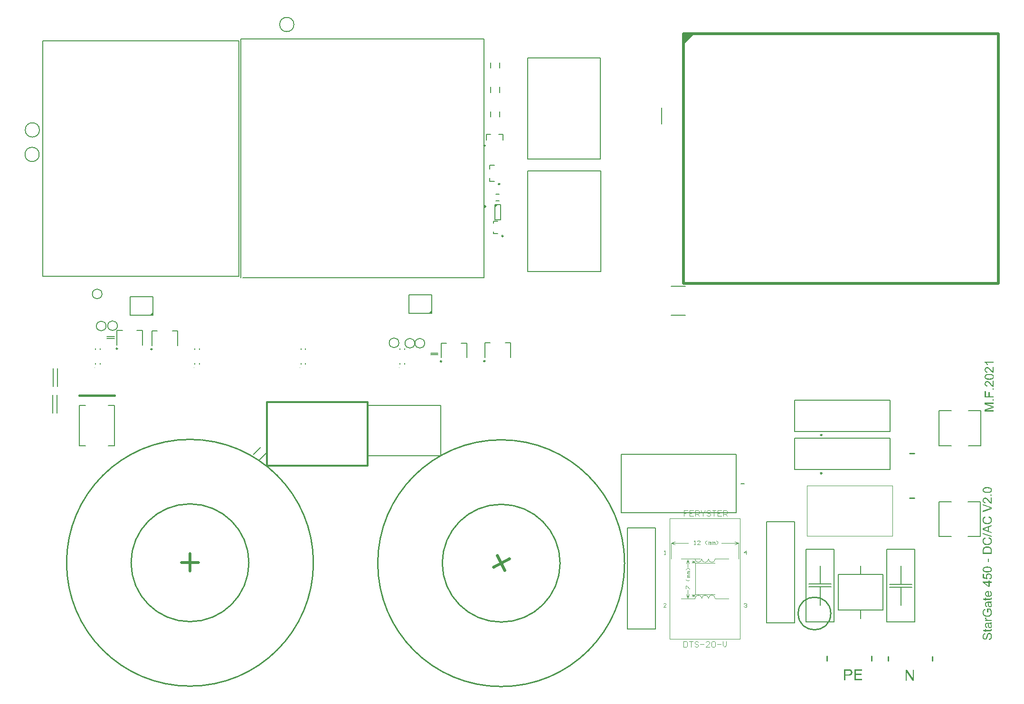
<source format=gto>
G04*
G04 #@! TF.GenerationSoftware,Altium Limited,Altium Designer,21.7.2 (23)*
G04*
G04 Layer_Color=65535*
%FSAX25Y25*%
%MOIN*%
G70*
G04*
G04 #@! TF.SameCoordinates,25756C21-EA0E-48A6-96D4-99705350E32D*
G04*
G04*
G04 #@! TF.FilePolarity,Positive*
G04*
G01*
G75*
%ADD10C,0.01000*%
%ADD11C,0.00500*%
%ADD12C,0.00984*%
%ADD13C,0.00787*%
%ADD14C,0.00394*%
%ADD15C,0.01968*%
%ADD16C,0.01181*%
%ADD17C,0.01575*%
%ADD18C,0.00039*%
G36*
X0177591Y0324323D02*
X0175440Y0322173D01*
X0177704D01*
X0177591Y0324323D01*
D02*
G37*
G36*
X0373319Y0325682D02*
X0371169Y0323531D01*
X0373433D01*
X0373319Y0325682D01*
D02*
G37*
G36*
X0417587Y0400012D02*
X0419795Y0400012D01*
X0417587Y0397803D01*
Y0400012D01*
D02*
G37*
G36*
X0550539Y0512469D02*
X0557539Y0519469D01*
X0550539D01*
X0550039Y0519969D01*
X0550539Y0512469D01*
D02*
G37*
G36*
X0711863Y0065571D02*
X0710840D01*
X0706861Y0071506D01*
Y0065571D01*
X0705905D01*
Y0073135D01*
X0706917D01*
X0710907Y0067189D01*
Y0073135D01*
X0711863D01*
Y0065571D01*
D02*
G37*
G36*
X0675387Y0072739D02*
X0670913D01*
Y0070424D01*
X0675106D01*
Y0069536D01*
X0670913D01*
Y0066951D01*
X0675567D01*
Y0066063D01*
X0669913D01*
Y0073628D01*
X0675387D01*
Y0072739D01*
D02*
G37*
G36*
X0666125Y0073616D02*
X0666305Y0073605D01*
X0666496Y0073594D01*
X0666687Y0073571D01*
X0666845Y0073549D01*
X0666867D01*
X0666934Y0073526D01*
X0667047Y0073504D01*
X0667170Y0073470D01*
X0667317Y0073425D01*
X0667474Y0073369D01*
X0667631Y0073290D01*
X0667777Y0073200D01*
X0667800Y0073189D01*
X0667845Y0073155D01*
X0667912Y0073099D01*
X0668002Y0073009D01*
X0668092Y0072908D01*
X0668193Y0072785D01*
X0668294Y0072638D01*
X0668384Y0072470D01*
X0668396Y0072447D01*
X0668418Y0072391D01*
X0668463Y0072290D01*
X0668508Y0072166D01*
X0668542Y0072009D01*
X0668587Y0071840D01*
X0668609Y0071638D01*
X0668620Y0071436D01*
Y0071425D01*
Y0071391D01*
Y0071346D01*
X0668609Y0071278D01*
X0668598Y0071188D01*
X0668587Y0071099D01*
X0668564Y0070986D01*
X0668542Y0070874D01*
X0668474Y0070615D01*
X0668362Y0070345D01*
X0668294Y0070199D01*
X0668205Y0070064D01*
X0668115Y0069929D01*
X0668002Y0069806D01*
X0667991Y0069795D01*
X0667969Y0069772D01*
X0667935Y0069750D01*
X0667879Y0069705D01*
X0667811Y0069649D01*
X0667721Y0069592D01*
X0667620Y0069536D01*
X0667496Y0069480D01*
X0667350Y0069412D01*
X0667193Y0069356D01*
X0667013Y0069300D01*
X0666811Y0069244D01*
X0666586Y0069199D01*
X0666339Y0069177D01*
X0666080Y0069154D01*
X0665788Y0069143D01*
X0663855D01*
Y0066063D01*
X0662854D01*
Y0073628D01*
X0665957D01*
X0666125Y0073616D01*
D02*
G37*
G36*
X0767810Y0288878D02*
X0762891D01*
X0762900Y0288869D01*
X0762938Y0288831D01*
X0762985Y0288766D01*
X0763060Y0288681D01*
X0763135Y0288578D01*
X0763228Y0288447D01*
X0763322Y0288297D01*
X0763425Y0288138D01*
Y0288128D01*
X0763435Y0288119D01*
X0763472Y0288063D01*
X0763519Y0287979D01*
X0763575Y0287866D01*
X0763641Y0287744D01*
X0763697Y0287613D01*
X0763763Y0287473D01*
X0763819Y0287332D01*
X0763069D01*
Y0287341D01*
X0763060Y0287360D01*
X0763041Y0287398D01*
X0763013Y0287444D01*
X0762985Y0287501D01*
X0762947Y0287566D01*
X0762863Y0287716D01*
X0762760Y0287894D01*
X0762638Y0288082D01*
X0762498Y0288269D01*
X0762338Y0288456D01*
X0762329Y0288466D01*
X0762320Y0288475D01*
X0762263Y0288541D01*
X0762179Y0288625D01*
X0762067Y0288728D01*
X0761935Y0288841D01*
X0761795Y0288953D01*
X0761645Y0289066D01*
X0761486Y0289150D01*
Y0289656D01*
X0767810D01*
Y0288878D01*
D02*
G37*
G36*
Y0281738D02*
X0767801D01*
X0767764D01*
X0767707D01*
X0767642Y0281748D01*
X0767557Y0281757D01*
X0767473Y0281766D01*
X0767370Y0281794D01*
X0767276Y0281822D01*
X0767267D01*
X0767257Y0281832D01*
X0767201Y0281851D01*
X0767117Y0281888D01*
X0767014Y0281944D01*
X0766883Y0282019D01*
X0766742Y0282103D01*
X0766592Y0282207D01*
X0766442Y0282328D01*
X0766433D01*
X0766424Y0282347D01*
X0766367Y0282394D01*
X0766283Y0282478D01*
X0766171Y0282591D01*
X0766030Y0282731D01*
X0765861Y0282909D01*
X0765683Y0283116D01*
X0765487Y0283350D01*
X0765477Y0283359D01*
X0765449Y0283397D01*
X0765402Y0283443D01*
X0765346Y0283518D01*
X0765280Y0283603D01*
X0765196Y0283697D01*
X0764999Y0283903D01*
X0764793Y0284137D01*
X0764568Y0284362D01*
X0764456Y0284474D01*
X0764353Y0284568D01*
X0764250Y0284662D01*
X0764156Y0284736D01*
X0764147D01*
X0764137Y0284755D01*
X0764109Y0284774D01*
X0764072Y0284793D01*
X0763978Y0284849D01*
X0763856Y0284924D01*
X0763706Y0284990D01*
X0763547Y0285046D01*
X0763388Y0285083D01*
X0763219Y0285102D01*
X0763210D01*
X0763200D01*
X0763144Y0285093D01*
X0763060Y0285083D01*
X0762947Y0285065D01*
X0762825Y0285018D01*
X0762694Y0284961D01*
X0762563Y0284877D01*
X0762441Y0284765D01*
X0762432Y0284746D01*
X0762395Y0284708D01*
X0762338Y0284633D01*
X0762282Y0284540D01*
X0762226Y0284409D01*
X0762170Y0284268D01*
X0762132Y0284099D01*
X0762123Y0283912D01*
Y0283856D01*
X0762132Y0283818D01*
X0762142Y0283715D01*
X0762170Y0283593D01*
X0762207Y0283443D01*
X0762273Y0283294D01*
X0762357Y0283144D01*
X0762469Y0283012D01*
X0762488Y0283003D01*
X0762535Y0282966D01*
X0762610Y0282909D01*
X0762713Y0282853D01*
X0762844Y0282788D01*
X0763003Y0282741D01*
X0763191Y0282703D01*
X0763397Y0282684D01*
X0763313Y0281888D01*
X0763303D01*
X0763275D01*
X0763228Y0281897D01*
X0763163Y0281907D01*
X0763088Y0281926D01*
X0763003Y0281944D01*
X0762807Y0281991D01*
X0762591Y0282066D01*
X0762366Y0282178D01*
X0762254Y0282244D01*
X0762151Y0282319D01*
X0762048Y0282403D01*
X0761954Y0282497D01*
X0761945Y0282506D01*
X0761935Y0282525D01*
X0761907Y0282553D01*
X0761879Y0282591D01*
X0761842Y0282647D01*
X0761804Y0282713D01*
X0761767Y0282788D01*
X0761720Y0282881D01*
X0761673Y0282975D01*
X0761635Y0283078D01*
X0761598Y0283200D01*
X0761560Y0283331D01*
X0761532Y0283462D01*
X0761504Y0283612D01*
X0761495Y0283762D01*
X0761486Y0283931D01*
Y0284015D01*
X0761495Y0284081D01*
X0761504Y0284156D01*
X0761514Y0284249D01*
X0761523Y0284343D01*
X0761551Y0284455D01*
X0761607Y0284680D01*
X0761701Y0284924D01*
X0761757Y0285036D01*
X0761823Y0285149D01*
X0761898Y0285261D01*
X0761992Y0285364D01*
X0762001Y0285374D01*
X0762010Y0285383D01*
X0762038Y0285411D01*
X0762085Y0285449D01*
X0762132Y0285486D01*
X0762188Y0285533D01*
X0762263Y0285580D01*
X0762338Y0285636D01*
X0762516Y0285730D01*
X0762732Y0285814D01*
X0762844Y0285852D01*
X0762975Y0285880D01*
X0763097Y0285889D01*
X0763238Y0285898D01*
X0763257D01*
X0763303D01*
X0763378Y0285889D01*
X0763472Y0285880D01*
X0763594Y0285861D01*
X0763716Y0285833D01*
X0763847Y0285795D01*
X0763987Y0285739D01*
X0764006Y0285730D01*
X0764053Y0285711D01*
X0764118Y0285673D01*
X0764212Y0285617D01*
X0764334Y0285542D01*
X0764465Y0285458D01*
X0764606Y0285346D01*
X0764756Y0285224D01*
X0764774Y0285205D01*
X0764831Y0285158D01*
X0764868Y0285121D01*
X0764924Y0285065D01*
X0764981Y0285008D01*
X0765046Y0284943D01*
X0765121Y0284868D01*
X0765205Y0284774D01*
X0765290Y0284680D01*
X0765393Y0284568D01*
X0765496Y0284455D01*
X0765608Y0284324D01*
X0765730Y0284184D01*
X0765861Y0284034D01*
X0765871Y0284024D01*
X0765890Y0284006D01*
X0765918Y0283968D01*
X0765955Y0283921D01*
X0766058Y0283809D01*
X0766180Y0283659D01*
X0766311Y0283509D01*
X0766442Y0283368D01*
X0766564Y0283237D01*
X0766611Y0283190D01*
X0766658Y0283144D01*
X0766667Y0283134D01*
X0766695Y0283116D01*
X0766733Y0283078D01*
X0766789Y0283031D01*
X0766845Y0282975D01*
X0766920Y0282919D01*
X0767070Y0282816D01*
Y0285908D01*
X0767810D01*
Y0281738D01*
D02*
G37*
G36*
X0764990Y0281045D02*
X0765093D01*
X0765215Y0281035D01*
X0765346Y0281026D01*
X0765627Y0280998D01*
X0765927Y0280951D01*
X0766227Y0280895D01*
X0766367Y0280857D01*
X0766499Y0280820D01*
X0766508D01*
X0766527Y0280810D01*
X0766564Y0280792D01*
X0766611Y0280782D01*
X0766667Y0280754D01*
X0766733Y0280726D01*
X0766883Y0280651D01*
X0767051Y0280557D01*
X0767229Y0280436D01*
X0767398Y0280295D01*
X0767548Y0280136D01*
Y0280127D01*
X0767567Y0280117D01*
X0767585Y0280089D01*
X0767604Y0280051D01*
X0767660Y0279958D01*
X0767726Y0279827D01*
X0767801Y0279658D01*
X0767857Y0279461D01*
X0767895Y0279246D01*
X0767913Y0278993D01*
Y0278908D01*
X0767904Y0278843D01*
X0767895Y0278768D01*
X0767876Y0278674D01*
X0767857Y0278580D01*
X0767829Y0278477D01*
X0767801Y0278365D01*
X0767754Y0278243D01*
X0767707Y0278121D01*
X0767642Y0278009D01*
X0767567Y0277887D01*
X0767482Y0277775D01*
X0767379Y0277662D01*
X0767267Y0277559D01*
X0767257Y0277550D01*
X0767229Y0277531D01*
X0767182Y0277503D01*
X0767117Y0277465D01*
X0767033Y0277419D01*
X0766920Y0277362D01*
X0766798Y0277306D01*
X0766648Y0277250D01*
X0766480Y0277194D01*
X0766292Y0277137D01*
X0766086Y0277081D01*
X0765852Y0277034D01*
X0765599Y0276997D01*
X0765327Y0276969D01*
X0765027Y0276950D01*
X0764709Y0276941D01*
X0764700D01*
X0764662D01*
X0764606D01*
X0764522D01*
X0764428Y0276950D01*
X0764315D01*
X0764193Y0276959D01*
X0764062Y0276969D01*
X0763781Y0276997D01*
X0763481Y0277034D01*
X0763181Y0277091D01*
X0763041Y0277128D01*
X0762910Y0277166D01*
X0762900D01*
X0762882Y0277175D01*
X0762844Y0277194D01*
X0762797Y0277212D01*
X0762741Y0277231D01*
X0762676Y0277259D01*
X0762526Y0277344D01*
X0762357Y0277437D01*
X0762179Y0277550D01*
X0762010Y0277690D01*
X0761860Y0277850D01*
Y0277859D01*
X0761842Y0277868D01*
X0761823Y0277896D01*
X0761804Y0277934D01*
X0761776Y0277981D01*
X0761739Y0278028D01*
X0761673Y0278168D01*
X0761607Y0278327D01*
X0761542Y0278524D01*
X0761504Y0278749D01*
X0761486Y0278993D01*
Y0279077D01*
X0761495Y0279171D01*
X0761514Y0279292D01*
X0761532Y0279433D01*
X0761570Y0279583D01*
X0761626Y0279733D01*
X0761692Y0279883D01*
X0761701Y0279902D01*
X0761729Y0279948D01*
X0761776Y0280014D01*
X0761842Y0280108D01*
X0761926Y0280201D01*
X0762029Y0280314D01*
X0762142Y0280417D01*
X0762282Y0280511D01*
X0762301Y0280520D01*
X0762348Y0280548D01*
X0762432Y0280595D01*
X0762544Y0280651D01*
X0762676Y0280717D01*
X0762835Y0280782D01*
X0763022Y0280848D01*
X0763219Y0280904D01*
X0763228D01*
X0763247Y0280914D01*
X0763275Y0280923D01*
X0763322Y0280932D01*
X0763378Y0280942D01*
X0763444Y0280951D01*
X0763519Y0280970D01*
X0763613Y0280979D01*
X0763716Y0280998D01*
X0763828Y0281007D01*
X0763950Y0281017D01*
X0764081Y0281035D01*
X0764222Y0281045D01*
X0764371D01*
X0764540Y0281054D01*
X0764709D01*
X0764718D01*
X0764756D01*
X0764812D01*
X0764896D01*
X0764990Y0281045D01*
D02*
G37*
G36*
X0767810Y0271937D02*
X0767801D01*
X0767764D01*
X0767707D01*
X0767642Y0271947D01*
X0767557Y0271956D01*
X0767473Y0271965D01*
X0767370Y0271993D01*
X0767276Y0272021D01*
X0767267D01*
X0767257Y0272031D01*
X0767201Y0272049D01*
X0767117Y0272087D01*
X0767014Y0272143D01*
X0766883Y0272218D01*
X0766742Y0272303D01*
X0766592Y0272406D01*
X0766442Y0272527D01*
X0766433D01*
X0766424Y0272546D01*
X0766367Y0272593D01*
X0766283Y0272677D01*
X0766171Y0272790D01*
X0766030Y0272930D01*
X0765861Y0273108D01*
X0765683Y0273314D01*
X0765487Y0273549D01*
X0765477Y0273558D01*
X0765449Y0273596D01*
X0765402Y0273642D01*
X0765346Y0273717D01*
X0765280Y0273802D01*
X0765196Y0273895D01*
X0764999Y0274102D01*
X0764793Y0274336D01*
X0764568Y0274561D01*
X0764456Y0274673D01*
X0764353Y0274767D01*
X0764250Y0274861D01*
X0764156Y0274936D01*
X0764147D01*
X0764137Y0274954D01*
X0764109Y0274973D01*
X0764072Y0274992D01*
X0763978Y0275048D01*
X0763856Y0275123D01*
X0763706Y0275188D01*
X0763547Y0275245D01*
X0763388Y0275282D01*
X0763219Y0275301D01*
X0763210D01*
X0763200D01*
X0763144Y0275292D01*
X0763060Y0275282D01*
X0762947Y0275264D01*
X0762825Y0275217D01*
X0762694Y0275160D01*
X0762563Y0275076D01*
X0762441Y0274964D01*
X0762432Y0274945D01*
X0762395Y0274907D01*
X0762338Y0274832D01*
X0762282Y0274739D01*
X0762226Y0274607D01*
X0762170Y0274467D01*
X0762132Y0274298D01*
X0762123Y0274111D01*
Y0274055D01*
X0762132Y0274017D01*
X0762142Y0273914D01*
X0762170Y0273792D01*
X0762207Y0273642D01*
X0762273Y0273493D01*
X0762357Y0273343D01*
X0762469Y0273211D01*
X0762488Y0273202D01*
X0762535Y0273165D01*
X0762610Y0273108D01*
X0762713Y0273052D01*
X0762844Y0272987D01*
X0763003Y0272940D01*
X0763191Y0272902D01*
X0763397Y0272884D01*
X0763313Y0272087D01*
X0763303D01*
X0763275D01*
X0763228Y0272096D01*
X0763163Y0272106D01*
X0763088Y0272125D01*
X0763003Y0272143D01*
X0762807Y0272190D01*
X0762591Y0272265D01*
X0762366Y0272377D01*
X0762254Y0272443D01*
X0762151Y0272518D01*
X0762048Y0272602D01*
X0761954Y0272696D01*
X0761945Y0272705D01*
X0761935Y0272724D01*
X0761907Y0272752D01*
X0761879Y0272790D01*
X0761842Y0272846D01*
X0761804Y0272912D01*
X0761767Y0272987D01*
X0761720Y0273080D01*
X0761673Y0273174D01*
X0761635Y0273277D01*
X0761598Y0273399D01*
X0761560Y0273530D01*
X0761532Y0273661D01*
X0761504Y0273811D01*
X0761495Y0273961D01*
X0761486Y0274130D01*
Y0274214D01*
X0761495Y0274280D01*
X0761504Y0274355D01*
X0761514Y0274448D01*
X0761523Y0274542D01*
X0761551Y0274654D01*
X0761607Y0274879D01*
X0761701Y0275123D01*
X0761757Y0275235D01*
X0761823Y0275348D01*
X0761898Y0275460D01*
X0761992Y0275563D01*
X0762001Y0275573D01*
X0762010Y0275582D01*
X0762038Y0275610D01*
X0762085Y0275648D01*
X0762132Y0275685D01*
X0762188Y0275732D01*
X0762263Y0275779D01*
X0762338Y0275835D01*
X0762516Y0275929D01*
X0762732Y0276013D01*
X0762844Y0276050D01*
X0762975Y0276079D01*
X0763097Y0276088D01*
X0763238Y0276097D01*
X0763257D01*
X0763303D01*
X0763378Y0276088D01*
X0763472Y0276079D01*
X0763594Y0276060D01*
X0763716Y0276032D01*
X0763847Y0275994D01*
X0763987Y0275938D01*
X0764006Y0275929D01*
X0764053Y0275910D01*
X0764118Y0275872D01*
X0764212Y0275816D01*
X0764334Y0275741D01*
X0764465Y0275657D01*
X0764606Y0275545D01*
X0764756Y0275423D01*
X0764774Y0275404D01*
X0764831Y0275357D01*
X0764868Y0275320D01*
X0764924Y0275264D01*
X0764981Y0275207D01*
X0765046Y0275142D01*
X0765121Y0275067D01*
X0765205Y0274973D01*
X0765290Y0274879D01*
X0765393Y0274767D01*
X0765496Y0274654D01*
X0765608Y0274523D01*
X0765730Y0274383D01*
X0765861Y0274233D01*
X0765871Y0274223D01*
X0765890Y0274205D01*
X0765918Y0274167D01*
X0765955Y0274120D01*
X0766058Y0274008D01*
X0766180Y0273858D01*
X0766311Y0273708D01*
X0766442Y0273568D01*
X0766564Y0273436D01*
X0766611Y0273389D01*
X0766658Y0273343D01*
X0766667Y0273333D01*
X0766695Y0273314D01*
X0766733Y0273277D01*
X0766789Y0273230D01*
X0766845Y0273174D01*
X0766920Y0273118D01*
X0767070Y0273015D01*
Y0276107D01*
X0767810D01*
Y0271937D01*
D02*
G37*
G36*
Y0270026D02*
X0766929D01*
Y0270906D01*
X0767810D01*
Y0270026D01*
D02*
G37*
G36*
X0762245Y0265406D02*
X0764203D01*
Y0268367D01*
X0764943D01*
Y0265406D01*
X0767810D01*
Y0264572D01*
X0761504D01*
Y0268826D01*
X0762245D01*
Y0265406D01*
D02*
G37*
G36*
X0767810Y0262202D02*
X0766929D01*
Y0263083D01*
X0767810D01*
Y0262202D01*
D02*
G37*
G36*
Y0259944D02*
X0762535D01*
X0767810Y0258098D01*
Y0257348D01*
X0762441Y0255530D01*
X0767810D01*
Y0254724D01*
X0761504D01*
Y0255980D01*
X0765974Y0257470D01*
X0765983D01*
X0766002Y0257479D01*
X0766030Y0257489D01*
X0766077Y0257507D01*
X0766189Y0257545D01*
X0766321Y0257582D01*
X0766470Y0257639D01*
X0766630Y0257685D01*
X0766780Y0257732D01*
X0766911Y0257770D01*
X0766892Y0257779D01*
X0766845Y0257788D01*
X0766770Y0257817D01*
X0766658Y0257854D01*
X0766508Y0257901D01*
X0766339Y0257957D01*
X0766133Y0258032D01*
X0765899Y0258107D01*
X0761504Y0259625D01*
Y0260749D01*
X0767810D01*
Y0259944D01*
D02*
G37*
G36*
X0763612Y0201554D02*
X0763715D01*
X0763837Y0201545D01*
X0763968Y0201536D01*
X0764249Y0201507D01*
X0764549Y0201461D01*
X0764849Y0201404D01*
X0764989Y0201367D01*
X0765121Y0201329D01*
X0765130D01*
X0765149Y0201320D01*
X0765186Y0201301D01*
X0765233Y0201292D01*
X0765289Y0201264D01*
X0765355Y0201236D01*
X0765505Y0201161D01*
X0765673Y0201067D01*
X0765851Y0200945D01*
X0766020Y0200805D01*
X0766170Y0200645D01*
Y0200636D01*
X0766189Y0200627D01*
X0766208Y0200599D01*
X0766226Y0200561D01*
X0766282Y0200467D01*
X0766348Y0200336D01*
X0766423Y0200168D01*
X0766479Y0199971D01*
X0766517Y0199755D01*
X0766535Y0199502D01*
Y0199418D01*
X0766526Y0199352D01*
X0766517Y0199277D01*
X0766498Y0199184D01*
X0766479Y0199090D01*
X0766451Y0198987D01*
X0766423Y0198874D01*
X0766376Y0198753D01*
X0766329Y0198631D01*
X0766264Y0198519D01*
X0766189Y0198397D01*
X0766104Y0198284D01*
X0766001Y0198172D01*
X0765889Y0198069D01*
X0765879Y0198059D01*
X0765851Y0198041D01*
X0765805Y0198012D01*
X0765739Y0197975D01*
X0765655Y0197928D01*
X0765542Y0197872D01*
X0765420Y0197816D01*
X0765271Y0197759D01*
X0765102Y0197703D01*
X0764914Y0197647D01*
X0764708Y0197591D01*
X0764474Y0197544D01*
X0764221Y0197506D01*
X0763949Y0197478D01*
X0763650Y0197460D01*
X0763331Y0197450D01*
X0763321D01*
X0763284D01*
X0763228D01*
X0763143D01*
X0763050Y0197460D01*
X0762937D01*
X0762816Y0197469D01*
X0762684Y0197478D01*
X0762403Y0197506D01*
X0762103Y0197544D01*
X0761804Y0197600D01*
X0761663Y0197638D01*
X0761532Y0197675D01*
X0761522D01*
X0761504Y0197685D01*
X0761466Y0197703D01*
X0761419Y0197722D01*
X0761363Y0197741D01*
X0761298Y0197769D01*
X0761148Y0197853D01*
X0760979Y0197947D01*
X0760801Y0198059D01*
X0760632Y0198200D01*
X0760482Y0198359D01*
Y0198369D01*
X0760464Y0198378D01*
X0760445Y0198406D01*
X0760426Y0198443D01*
X0760398Y0198490D01*
X0760361Y0198537D01*
X0760295Y0198678D01*
X0760229Y0198837D01*
X0760164Y0199034D01*
X0760126Y0199259D01*
X0760108Y0199502D01*
Y0199587D01*
X0760117Y0199680D01*
X0760136Y0199802D01*
X0760154Y0199943D01*
X0760192Y0200093D01*
X0760248Y0200243D01*
X0760314Y0200393D01*
X0760323Y0200411D01*
X0760351Y0200458D01*
X0760398Y0200524D01*
X0760464Y0200617D01*
X0760548Y0200711D01*
X0760651Y0200823D01*
X0760764Y0200927D01*
X0760904Y0201020D01*
X0760923Y0201030D01*
X0760970Y0201058D01*
X0761054Y0201105D01*
X0761166Y0201161D01*
X0761298Y0201226D01*
X0761457Y0201292D01*
X0761644Y0201358D01*
X0761841Y0201414D01*
X0761850D01*
X0761869Y0201423D01*
X0761897Y0201432D01*
X0761944Y0201442D01*
X0762000Y0201451D01*
X0762066Y0201461D01*
X0762141Y0201479D01*
X0762235Y0201489D01*
X0762338Y0201507D01*
X0762450Y0201517D01*
X0762572Y0201526D01*
X0762703Y0201545D01*
X0762844Y0201554D01*
X0762994D01*
X0763162Y0201564D01*
X0763331D01*
X0763340D01*
X0763378D01*
X0763434D01*
X0763518D01*
X0763612Y0201554D01*
D02*
G37*
G36*
X0766432Y0195436D02*
X0765552D01*
Y0196317D01*
X0766432D01*
Y0195436D01*
D02*
G37*
G36*
Y0190001D02*
X0766423D01*
X0766386D01*
X0766329D01*
X0766264Y0190010D01*
X0766179Y0190020D01*
X0766095Y0190029D01*
X0765992Y0190057D01*
X0765898Y0190085D01*
X0765889D01*
X0765879Y0190095D01*
X0765823Y0190114D01*
X0765739Y0190151D01*
X0765636Y0190207D01*
X0765505Y0190282D01*
X0765364Y0190367D01*
X0765214Y0190470D01*
X0765064Y0190592D01*
X0765055D01*
X0765046Y0190610D01*
X0764989Y0190657D01*
X0764905Y0190741D01*
X0764793Y0190854D01*
X0764652Y0190994D01*
X0764483Y0191172D01*
X0764305Y0191378D01*
X0764109Y0191613D01*
X0764099Y0191622D01*
X0764071Y0191660D01*
X0764024Y0191707D01*
X0763968Y0191781D01*
X0763903Y0191866D01*
X0763818Y0191960D01*
X0763621Y0192166D01*
X0763415Y0192400D01*
X0763190Y0192625D01*
X0763078Y0192737D01*
X0762975Y0192831D01*
X0762872Y0192925D01*
X0762778Y0192999D01*
X0762769D01*
X0762759Y0193018D01*
X0762731Y0193037D01*
X0762694Y0193056D01*
X0762600Y0193112D01*
X0762478Y0193187D01*
X0762328Y0193253D01*
X0762169Y0193309D01*
X0762010Y0193346D01*
X0761841Y0193365D01*
X0761832D01*
X0761822D01*
X0761766Y0193356D01*
X0761682Y0193346D01*
X0761569Y0193327D01*
X0761447Y0193281D01*
X0761316Y0193224D01*
X0761185Y0193140D01*
X0761063Y0193028D01*
X0761054Y0193009D01*
X0761017Y0192971D01*
X0760960Y0192896D01*
X0760904Y0192803D01*
X0760848Y0192672D01*
X0760792Y0192531D01*
X0760754Y0192362D01*
X0760745Y0192175D01*
Y0192119D01*
X0760754Y0192081D01*
X0760764Y0191978D01*
X0760792Y0191856D01*
X0760829Y0191707D01*
X0760895Y0191557D01*
X0760979Y0191407D01*
X0761091Y0191276D01*
X0761110Y0191266D01*
X0761157Y0191229D01*
X0761232Y0191172D01*
X0761335Y0191116D01*
X0761466Y0191051D01*
X0761625Y0191004D01*
X0761813Y0190966D01*
X0762019Y0190947D01*
X0761935Y0190151D01*
X0761925D01*
X0761897D01*
X0761850Y0190160D01*
X0761785Y0190170D01*
X0761710Y0190189D01*
X0761625Y0190207D01*
X0761429Y0190254D01*
X0761213Y0190329D01*
X0760988Y0190442D01*
X0760876Y0190507D01*
X0760773Y0190582D01*
X0760670Y0190666D01*
X0760576Y0190760D01*
X0760567Y0190770D01*
X0760557Y0190788D01*
X0760529Y0190816D01*
X0760501Y0190854D01*
X0760464Y0190910D01*
X0760426Y0190976D01*
X0760389Y0191051D01*
X0760342Y0191144D01*
X0760295Y0191238D01*
X0760257Y0191341D01*
X0760220Y0191463D01*
X0760183Y0191594D01*
X0760154Y0191725D01*
X0760126Y0191875D01*
X0760117Y0192025D01*
X0760108Y0192194D01*
Y0192278D01*
X0760117Y0192344D01*
X0760126Y0192419D01*
X0760136Y0192512D01*
X0760145Y0192606D01*
X0760173Y0192719D01*
X0760229Y0192943D01*
X0760323Y0193187D01*
X0760379Y0193299D01*
X0760445Y0193412D01*
X0760520Y0193524D01*
X0760614Y0193627D01*
X0760623Y0193637D01*
X0760632Y0193646D01*
X0760660Y0193674D01*
X0760707Y0193712D01*
X0760754Y0193749D01*
X0760810Y0193796D01*
X0760885Y0193843D01*
X0760960Y0193899D01*
X0761138Y0193993D01*
X0761354Y0194077D01*
X0761466Y0194115D01*
X0761597Y0194143D01*
X0761719Y0194152D01*
X0761860Y0194161D01*
X0761878D01*
X0761925D01*
X0762000Y0194152D01*
X0762094Y0194143D01*
X0762216Y0194124D01*
X0762338Y0194096D01*
X0762469Y0194058D01*
X0762609Y0194002D01*
X0762628Y0193993D01*
X0762675Y0193974D01*
X0762741Y0193937D01*
X0762834Y0193880D01*
X0762956Y0193805D01*
X0763087Y0193721D01*
X0763228Y0193609D01*
X0763378Y0193487D01*
X0763397Y0193468D01*
X0763453Y0193421D01*
X0763490Y0193384D01*
X0763546Y0193327D01*
X0763603Y0193271D01*
X0763668Y0193206D01*
X0763743Y0193131D01*
X0763828Y0193037D01*
X0763912Y0192943D01*
X0764015Y0192831D01*
X0764118Y0192719D01*
X0764230Y0192587D01*
X0764352Y0192447D01*
X0764483Y0192297D01*
X0764493Y0192287D01*
X0764511Y0192269D01*
X0764540Y0192231D01*
X0764577Y0192184D01*
X0764680Y0192072D01*
X0764802Y0191922D01*
X0764933Y0191772D01*
X0765064Y0191631D01*
X0765186Y0191500D01*
X0765233Y0191454D01*
X0765280Y0191407D01*
X0765289Y0191397D01*
X0765317Y0191378D01*
X0765355Y0191341D01*
X0765411Y0191294D01*
X0765467Y0191238D01*
X0765542Y0191182D01*
X0765692Y0191079D01*
Y0194171D01*
X0766432D01*
Y0190001D01*
D02*
G37*
G36*
Y0187199D02*
Y0186328D01*
X0760126Y0183892D01*
Y0184801D01*
X0764718Y0186441D01*
X0764727D01*
X0764746Y0186450D01*
X0764774Y0186459D01*
X0764811Y0186478D01*
X0764914Y0186506D01*
X0765055Y0186553D01*
X0765214Y0186609D01*
X0765383Y0186665D01*
X0765748Y0186768D01*
X0765739D01*
X0765720Y0186778D01*
X0765701Y0186787D01*
X0765664Y0186797D01*
X0765561Y0186825D01*
X0765430Y0186872D01*
X0765271Y0186918D01*
X0765092Y0186975D01*
X0764905Y0187040D01*
X0764718Y0187106D01*
X0760126Y0188821D01*
Y0189664D01*
X0766432Y0187199D01*
D02*
G37*
G36*
X0764483Y0181062D02*
X0764530Y0181043D01*
X0764605Y0181025D01*
X0764689Y0180987D01*
X0764793Y0180950D01*
X0764896Y0180912D01*
X0765018Y0180856D01*
X0765271Y0180725D01*
X0765523Y0180566D01*
X0765655Y0180463D01*
X0765776Y0180359D01*
X0765898Y0180247D01*
X0766001Y0180125D01*
X0766011Y0180116D01*
X0766020Y0180097D01*
X0766048Y0180060D01*
X0766086Y0180003D01*
X0766123Y0179938D01*
X0766170Y0179853D01*
X0766217Y0179769D01*
X0766264Y0179657D01*
X0766320Y0179544D01*
X0766367Y0179413D01*
X0766414Y0179282D01*
X0766451Y0179132D01*
X0766489Y0178973D01*
X0766517Y0178813D01*
X0766526Y0178635D01*
X0766535Y0178457D01*
Y0178364D01*
X0766526Y0178289D01*
Y0178204D01*
X0766517Y0178101D01*
X0766498Y0177989D01*
X0766479Y0177867D01*
X0766432Y0177605D01*
X0766357Y0177323D01*
X0766254Y0177052D01*
X0766198Y0176921D01*
X0766123Y0176799D01*
X0766114Y0176789D01*
X0766104Y0176771D01*
X0766076Y0176743D01*
X0766048Y0176696D01*
X0766001Y0176639D01*
X0765954Y0176583D01*
X0765814Y0176443D01*
X0765645Y0176284D01*
X0765439Y0176115D01*
X0765205Y0175965D01*
X0764924Y0175824D01*
X0764914D01*
X0764886Y0175815D01*
X0764849Y0175796D01*
X0764783Y0175777D01*
X0764718Y0175749D01*
X0764624Y0175721D01*
X0764530Y0175693D01*
X0764418Y0175665D01*
X0764296Y0175628D01*
X0764165Y0175600D01*
X0763874Y0175553D01*
X0763565Y0175515D01*
X0763228Y0175496D01*
X0763218D01*
X0763181D01*
X0763134D01*
X0763059Y0175506D01*
X0762975D01*
X0762881Y0175515D01*
X0762769Y0175524D01*
X0762647Y0175543D01*
X0762375Y0175590D01*
X0762085Y0175656D01*
X0761794Y0175749D01*
X0761513Y0175871D01*
X0761504D01*
X0761485Y0175890D01*
X0761447Y0175909D01*
X0761391Y0175937D01*
X0761335Y0175984D01*
X0761260Y0176031D01*
X0761101Y0176143D01*
X0760923Y0176293D01*
X0760735Y0176480D01*
X0760557Y0176696D01*
X0760398Y0176939D01*
Y0176949D01*
X0760379Y0176968D01*
X0760361Y0177005D01*
X0760342Y0177061D01*
X0760304Y0177127D01*
X0760276Y0177202D01*
X0760239Y0177295D01*
X0760201Y0177389D01*
X0760173Y0177502D01*
X0760136Y0177614D01*
X0760070Y0177876D01*
X0760033Y0178157D01*
X0760014Y0178467D01*
Y0178560D01*
X0760023Y0178626D01*
X0760033Y0178710D01*
X0760042Y0178804D01*
X0760051Y0178907D01*
X0760070Y0179029D01*
X0760136Y0179272D01*
X0760220Y0179544D01*
X0760276Y0179675D01*
X0760342Y0179807D01*
X0760417Y0179938D01*
X0760501Y0180060D01*
X0760510Y0180069D01*
X0760520Y0180088D01*
X0760548Y0180125D01*
X0760585Y0180163D01*
X0760642Y0180219D01*
X0760698Y0180275D01*
X0760773Y0180341D01*
X0760848Y0180416D01*
X0760942Y0180491D01*
X0761045Y0180566D01*
X0761148Y0180640D01*
X0761270Y0180716D01*
X0761401Y0180790D01*
X0761541Y0180856D01*
X0761691Y0180912D01*
X0761850Y0180968D01*
X0762047Y0180144D01*
X0762038D01*
X0762019Y0180134D01*
X0761982Y0180125D01*
X0761935Y0180106D01*
X0761878Y0180078D01*
X0761813Y0180050D01*
X0761663Y0179975D01*
X0761504Y0179891D01*
X0761335Y0179779D01*
X0761176Y0179647D01*
X0761045Y0179497D01*
X0761035Y0179479D01*
X0760998Y0179422D01*
X0760942Y0179338D01*
X0760885Y0179216D01*
X0760829Y0179066D01*
X0760773Y0178888D01*
X0760735Y0178682D01*
X0760726Y0178457D01*
Y0178382D01*
X0760735Y0178335D01*
Y0178270D01*
X0760745Y0178204D01*
X0760773Y0178036D01*
X0760810Y0177839D01*
X0760876Y0177633D01*
X0760960Y0177436D01*
X0761082Y0177239D01*
Y0177230D01*
X0761101Y0177220D01*
X0761148Y0177164D01*
X0761223Y0177071D01*
X0761326Y0176968D01*
X0761466Y0176855D01*
X0761625Y0176743D01*
X0761813Y0176639D01*
X0762019Y0176555D01*
X0762028D01*
X0762047Y0176546D01*
X0762075Y0176537D01*
X0762122Y0176527D01*
X0762169Y0176508D01*
X0762235Y0176490D01*
X0762385Y0176462D01*
X0762572Y0176424D01*
X0762778Y0176386D01*
X0762994Y0176368D01*
X0763228Y0176358D01*
X0763237D01*
X0763265D01*
X0763303D01*
X0763359D01*
X0763434Y0176368D01*
X0763518D01*
X0763603Y0176377D01*
X0763706Y0176386D01*
X0763921Y0176415D01*
X0764165Y0176462D01*
X0764399Y0176518D01*
X0764633Y0176593D01*
X0764643D01*
X0764661Y0176602D01*
X0764689Y0176621D01*
X0764727Y0176639D01*
X0764840Y0176696D01*
X0764971Y0176771D01*
X0765121Y0176874D01*
X0765261Y0176996D01*
X0765411Y0177146D01*
X0765533Y0177314D01*
Y0177323D01*
X0765542Y0177333D01*
X0765561Y0177361D01*
X0765580Y0177399D01*
X0765626Y0177502D01*
X0765673Y0177633D01*
X0765730Y0177792D01*
X0765776Y0177979D01*
X0765814Y0178176D01*
X0765823Y0178392D01*
Y0178457D01*
X0765814Y0178504D01*
Y0178570D01*
X0765805Y0178635D01*
X0765776Y0178804D01*
X0765720Y0178982D01*
X0765655Y0179179D01*
X0765552Y0179385D01*
X0765495Y0179479D01*
X0765420Y0179572D01*
X0765411Y0179582D01*
X0765402Y0179591D01*
X0765374Y0179619D01*
X0765345Y0179647D01*
X0765299Y0179694D01*
X0765252Y0179732D01*
X0765121Y0179835D01*
X0764952Y0179947D01*
X0764746Y0180060D01*
X0764502Y0180163D01*
X0764221Y0180238D01*
X0764436Y0181071D01*
X0764446D01*
X0764483Y0181062D01*
D02*
G37*
G36*
X0766432Y0174110D02*
X0764521Y0173379D01*
Y0170736D01*
X0766432Y0170052D01*
Y0169172D01*
X0760126Y0171570D01*
Y0172489D01*
X0766432Y0175056D01*
Y0174110D01*
D02*
G37*
G36*
X0766535Y0167354D02*
Y0166735D01*
X0760023Y0168563D01*
Y0169181D01*
X0766535Y0167354D01*
D02*
G37*
G36*
X0764483Y0166379D02*
X0764530Y0166361D01*
X0764605Y0166342D01*
X0764689Y0166304D01*
X0764793Y0166267D01*
X0764896Y0166229D01*
X0765018Y0166173D01*
X0765271Y0166042D01*
X0765523Y0165883D01*
X0765655Y0165780D01*
X0765776Y0165677D01*
X0765898Y0165564D01*
X0766001Y0165442D01*
X0766011Y0165433D01*
X0766020Y0165414D01*
X0766048Y0165377D01*
X0766086Y0165321D01*
X0766123Y0165255D01*
X0766170Y0165171D01*
X0766217Y0165086D01*
X0766264Y0164974D01*
X0766320Y0164861D01*
X0766367Y0164730D01*
X0766414Y0164599D01*
X0766451Y0164449D01*
X0766489Y0164290D01*
X0766517Y0164131D01*
X0766526Y0163953D01*
X0766535Y0163775D01*
Y0163681D01*
X0766526Y0163606D01*
Y0163522D01*
X0766517Y0163418D01*
X0766498Y0163306D01*
X0766479Y0163184D01*
X0766432Y0162922D01*
X0766357Y0162641D01*
X0766254Y0162369D01*
X0766198Y0162238D01*
X0766123Y0162116D01*
X0766114Y0162107D01*
X0766104Y0162088D01*
X0766076Y0162060D01*
X0766048Y0162013D01*
X0766001Y0161957D01*
X0765954Y0161900D01*
X0765814Y0161760D01*
X0765645Y0161601D01*
X0765439Y0161432D01*
X0765205Y0161282D01*
X0764924Y0161142D01*
X0764914D01*
X0764886Y0161132D01*
X0764849Y0161113D01*
X0764783Y0161095D01*
X0764718Y0161067D01*
X0764624Y0161038D01*
X0764530Y0161010D01*
X0764418Y0160982D01*
X0764296Y0160945D01*
X0764165Y0160917D01*
X0763874Y0160870D01*
X0763565Y0160832D01*
X0763228Y0160814D01*
X0763218D01*
X0763181D01*
X0763134D01*
X0763059Y0160823D01*
X0762975D01*
X0762881Y0160832D01*
X0762769Y0160842D01*
X0762647Y0160860D01*
X0762375Y0160907D01*
X0762085Y0160973D01*
X0761794Y0161067D01*
X0761513Y0161188D01*
X0761504D01*
X0761485Y0161207D01*
X0761447Y0161226D01*
X0761391Y0161254D01*
X0761335Y0161301D01*
X0761260Y0161348D01*
X0761101Y0161460D01*
X0760923Y0161610D01*
X0760735Y0161797D01*
X0760557Y0162013D01*
X0760398Y0162257D01*
Y0162266D01*
X0760379Y0162285D01*
X0760361Y0162322D01*
X0760342Y0162378D01*
X0760304Y0162444D01*
X0760276Y0162519D01*
X0760239Y0162613D01*
X0760201Y0162706D01*
X0760173Y0162819D01*
X0760136Y0162931D01*
X0760070Y0163194D01*
X0760033Y0163475D01*
X0760014Y0163784D01*
Y0163878D01*
X0760023Y0163943D01*
X0760033Y0164028D01*
X0760042Y0164121D01*
X0760051Y0164224D01*
X0760070Y0164346D01*
X0760136Y0164590D01*
X0760220Y0164861D01*
X0760276Y0164993D01*
X0760342Y0165124D01*
X0760417Y0165255D01*
X0760501Y0165377D01*
X0760510Y0165386D01*
X0760520Y0165405D01*
X0760548Y0165442D01*
X0760585Y0165480D01*
X0760642Y0165536D01*
X0760698Y0165592D01*
X0760773Y0165658D01*
X0760848Y0165733D01*
X0760942Y0165808D01*
X0761045Y0165883D01*
X0761148Y0165958D01*
X0761270Y0166033D01*
X0761401Y0166108D01*
X0761541Y0166173D01*
X0761691Y0166229D01*
X0761850Y0166286D01*
X0762047Y0165461D01*
X0762038D01*
X0762019Y0165452D01*
X0761982Y0165442D01*
X0761935Y0165424D01*
X0761878Y0165395D01*
X0761813Y0165367D01*
X0761663Y0165293D01*
X0761504Y0165208D01*
X0761335Y0165096D01*
X0761176Y0164964D01*
X0761045Y0164815D01*
X0761035Y0164796D01*
X0760998Y0164740D01*
X0760942Y0164655D01*
X0760885Y0164533D01*
X0760829Y0164384D01*
X0760773Y0164206D01*
X0760735Y0163999D01*
X0760726Y0163775D01*
Y0163700D01*
X0760735Y0163653D01*
Y0163587D01*
X0760745Y0163522D01*
X0760773Y0163353D01*
X0760810Y0163156D01*
X0760876Y0162950D01*
X0760960Y0162753D01*
X0761082Y0162556D01*
Y0162547D01*
X0761101Y0162538D01*
X0761148Y0162481D01*
X0761223Y0162388D01*
X0761326Y0162285D01*
X0761466Y0162172D01*
X0761625Y0162060D01*
X0761813Y0161957D01*
X0762019Y0161872D01*
X0762028D01*
X0762047Y0161863D01*
X0762075Y0161854D01*
X0762122Y0161844D01*
X0762169Y0161826D01*
X0762235Y0161807D01*
X0762385Y0161779D01*
X0762572Y0161741D01*
X0762778Y0161704D01*
X0762994Y0161685D01*
X0763228Y0161676D01*
X0763237D01*
X0763265D01*
X0763303D01*
X0763359D01*
X0763434Y0161685D01*
X0763518D01*
X0763603Y0161694D01*
X0763706Y0161704D01*
X0763921Y0161732D01*
X0764165Y0161779D01*
X0764399Y0161835D01*
X0764633Y0161910D01*
X0764643D01*
X0764661Y0161919D01*
X0764689Y0161938D01*
X0764727Y0161957D01*
X0764840Y0162013D01*
X0764971Y0162088D01*
X0765121Y0162191D01*
X0765261Y0162313D01*
X0765411Y0162463D01*
X0765533Y0162631D01*
Y0162641D01*
X0765542Y0162650D01*
X0765561Y0162678D01*
X0765580Y0162716D01*
X0765626Y0162819D01*
X0765673Y0162950D01*
X0765730Y0163109D01*
X0765776Y0163297D01*
X0765814Y0163493D01*
X0765823Y0163709D01*
Y0163775D01*
X0765814Y0163821D01*
Y0163887D01*
X0765805Y0163953D01*
X0765776Y0164121D01*
X0765720Y0164299D01*
X0765655Y0164496D01*
X0765552Y0164702D01*
X0765495Y0164796D01*
X0765420Y0164890D01*
X0765411Y0164899D01*
X0765402Y0164908D01*
X0765374Y0164936D01*
X0765345Y0164964D01*
X0765299Y0165011D01*
X0765252Y0165049D01*
X0765121Y0165152D01*
X0764952Y0165264D01*
X0764746Y0165377D01*
X0764502Y0165480D01*
X0764221Y0165555D01*
X0764436Y0166389D01*
X0764446D01*
X0764483Y0166379D01*
D02*
G37*
G36*
X0763434Y0159895D02*
X0763499D01*
X0763678Y0159886D01*
X0763874Y0159867D01*
X0764090Y0159830D01*
X0764305Y0159792D01*
X0764521Y0159736D01*
X0764530D01*
X0764549Y0159727D01*
X0764577Y0159717D01*
X0764615Y0159708D01*
X0764718Y0159670D01*
X0764840Y0159624D01*
X0764989Y0159558D01*
X0765139Y0159483D01*
X0765299Y0159399D01*
X0765439Y0159305D01*
X0765458Y0159296D01*
X0765495Y0159258D01*
X0765570Y0159202D01*
X0765645Y0159136D01*
X0765739Y0159052D01*
X0765842Y0158949D01*
X0765936Y0158836D01*
X0766020Y0158724D01*
X0766029Y0158715D01*
X0766057Y0158668D01*
X0766095Y0158602D01*
X0766132Y0158518D01*
X0766189Y0158405D01*
X0766236Y0158274D01*
X0766282Y0158134D01*
X0766329Y0157975D01*
Y0157956D01*
X0766339Y0157928D01*
X0766348Y0157899D01*
X0766357Y0157806D01*
X0766376Y0157684D01*
X0766395Y0157534D01*
X0766414Y0157365D01*
X0766423Y0157169D01*
X0766432Y0156963D01*
Y0154695D01*
X0760126D01*
Y0157112D01*
X0760136Y0157281D01*
X0760145Y0157459D01*
X0760164Y0157647D01*
X0760192Y0157825D01*
X0760220Y0157984D01*
Y0157993D01*
X0760229Y0158012D01*
Y0158040D01*
X0760248Y0158078D01*
X0760276Y0158181D01*
X0760323Y0158302D01*
X0760379Y0158452D01*
X0760464Y0158602D01*
X0760557Y0158762D01*
X0760670Y0158912D01*
Y0158921D01*
X0760688Y0158930D01*
X0760717Y0158958D01*
X0760745Y0158996D01*
X0760839Y0159080D01*
X0760960Y0159193D01*
X0761120Y0159314D01*
X0761298Y0159436D01*
X0761513Y0159549D01*
X0761747Y0159652D01*
X0761757D01*
X0761775Y0159661D01*
X0761813Y0159680D01*
X0761860Y0159689D01*
X0761925Y0159708D01*
X0762000Y0159736D01*
X0762085Y0159755D01*
X0762178Y0159783D01*
X0762291Y0159802D01*
X0762403Y0159820D01*
X0762656Y0159867D01*
X0762937Y0159895D01*
X0763247Y0159905D01*
X0763256D01*
X0763275D01*
X0763312D01*
X0763368D01*
X0763434Y0159895D01*
D02*
G37*
G36*
X0764540Y0148904D02*
X0763762D01*
Y0151294D01*
X0764540D01*
Y0148904D01*
D02*
G37*
G36*
X0763612Y0145756D02*
X0763715D01*
X0763837Y0145747D01*
X0763968Y0145737D01*
X0764249Y0145709D01*
X0764549Y0145662D01*
X0764849Y0145606D01*
X0764989Y0145569D01*
X0765121Y0145531D01*
X0765130D01*
X0765149Y0145522D01*
X0765186Y0145503D01*
X0765233Y0145494D01*
X0765289Y0145466D01*
X0765355Y0145437D01*
X0765505Y0145362D01*
X0765673Y0145269D01*
X0765851Y0145147D01*
X0766020Y0145006D01*
X0766170Y0144847D01*
Y0144838D01*
X0766189Y0144828D01*
X0766208Y0144800D01*
X0766226Y0144763D01*
X0766282Y0144669D01*
X0766348Y0144538D01*
X0766423Y0144369D01*
X0766479Y0144173D01*
X0766517Y0143957D01*
X0766535Y0143704D01*
Y0143620D01*
X0766526Y0143554D01*
X0766517Y0143479D01*
X0766498Y0143385D01*
X0766479Y0143292D01*
X0766451Y0143189D01*
X0766423Y0143076D01*
X0766376Y0142954D01*
X0766329Y0142833D01*
X0766264Y0142720D01*
X0766189Y0142598D01*
X0766104Y0142486D01*
X0766001Y0142373D01*
X0765889Y0142270D01*
X0765879Y0142261D01*
X0765851Y0142242D01*
X0765805Y0142214D01*
X0765739Y0142177D01*
X0765655Y0142130D01*
X0765542Y0142074D01*
X0765420Y0142017D01*
X0765271Y0141961D01*
X0765102Y0141905D01*
X0764914Y0141849D01*
X0764708Y0141793D01*
X0764474Y0141746D01*
X0764221Y0141708D01*
X0763949Y0141680D01*
X0763650Y0141661D01*
X0763331Y0141652D01*
X0763321D01*
X0763284D01*
X0763228D01*
X0763143D01*
X0763050Y0141661D01*
X0762937D01*
X0762816Y0141671D01*
X0762684Y0141680D01*
X0762403Y0141708D01*
X0762103Y0141746D01*
X0761804Y0141802D01*
X0761663Y0141839D01*
X0761532Y0141877D01*
X0761522D01*
X0761504Y0141886D01*
X0761466Y0141905D01*
X0761419Y0141924D01*
X0761363Y0141942D01*
X0761298Y0141971D01*
X0761148Y0142055D01*
X0760979Y0142149D01*
X0760801Y0142261D01*
X0760632Y0142402D01*
X0760482Y0142561D01*
Y0142570D01*
X0760464Y0142580D01*
X0760445Y0142608D01*
X0760426Y0142645D01*
X0760398Y0142692D01*
X0760361Y0142739D01*
X0760295Y0142879D01*
X0760229Y0143039D01*
X0760164Y0143236D01*
X0760126Y0143460D01*
X0760108Y0143704D01*
Y0143788D01*
X0760117Y0143882D01*
X0760136Y0144004D01*
X0760154Y0144144D01*
X0760192Y0144294D01*
X0760248Y0144444D01*
X0760314Y0144594D01*
X0760323Y0144613D01*
X0760351Y0144660D01*
X0760398Y0144725D01*
X0760464Y0144819D01*
X0760548Y0144913D01*
X0760651Y0145025D01*
X0760764Y0145128D01*
X0760904Y0145222D01*
X0760923Y0145231D01*
X0760970Y0145259D01*
X0761054Y0145306D01*
X0761166Y0145362D01*
X0761298Y0145428D01*
X0761457Y0145494D01*
X0761644Y0145559D01*
X0761841Y0145615D01*
X0761850D01*
X0761869Y0145625D01*
X0761897Y0145634D01*
X0761944Y0145644D01*
X0762000Y0145653D01*
X0762066Y0145662D01*
X0762141Y0145681D01*
X0762235Y0145690D01*
X0762338Y0145709D01*
X0762450Y0145719D01*
X0762572Y0145728D01*
X0762703Y0145747D01*
X0762844Y0145756D01*
X0762994D01*
X0763162Y0145765D01*
X0763331D01*
X0763340D01*
X0763378D01*
X0763434D01*
X0763518D01*
X0763612Y0145756D01*
D02*
G37*
G36*
X0764436Y0140921D02*
X0764511Y0140912D01*
X0764596Y0140902D01*
X0764699Y0140893D01*
X0764802Y0140865D01*
X0765036Y0140809D01*
X0765280Y0140715D01*
X0765411Y0140659D01*
X0765533Y0140593D01*
X0765655Y0140518D01*
X0765776Y0140425D01*
X0765786Y0140415D01*
X0765805Y0140396D01*
X0765842Y0140359D01*
X0765898Y0140312D01*
X0765954Y0140256D01*
X0766020Y0140181D01*
X0766086Y0140096D01*
X0766151Y0139994D01*
X0766226Y0139881D01*
X0766292Y0139759D01*
X0766357Y0139619D01*
X0766414Y0139478D01*
X0766461Y0139319D01*
X0766498Y0139150D01*
X0766526Y0138963D01*
X0766535Y0138775D01*
Y0138691D01*
X0766526Y0138635D01*
X0766517Y0138560D01*
X0766507Y0138476D01*
X0766498Y0138382D01*
X0766479Y0138279D01*
X0766423Y0138054D01*
X0766329Y0137820D01*
X0766282Y0137698D01*
X0766217Y0137585D01*
X0766142Y0137473D01*
X0766057Y0137370D01*
X0766048Y0137361D01*
X0766039Y0137351D01*
X0766011Y0137323D01*
X0765973Y0137285D01*
X0765926Y0137239D01*
X0765861Y0137192D01*
X0765795Y0137145D01*
X0765720Y0137089D01*
X0765626Y0137032D01*
X0765533Y0136976D01*
X0765317Y0136883D01*
X0765064Y0136798D01*
X0764924Y0136770D01*
X0764774Y0136751D01*
X0764718Y0137567D01*
X0764727D01*
X0764746D01*
X0764774Y0137576D01*
X0764811Y0137585D01*
X0764924Y0137613D01*
X0765046Y0137651D01*
X0765196Y0137707D01*
X0765345Y0137773D01*
X0765486Y0137866D01*
X0765608Y0137979D01*
X0765617Y0137998D01*
X0765655Y0138035D01*
X0765701Y0138110D01*
X0765748Y0138204D01*
X0765805Y0138316D01*
X0765851Y0138457D01*
X0765889Y0138607D01*
X0765898Y0138775D01*
Y0138832D01*
X0765889Y0138869D01*
X0765879Y0138972D01*
X0765842Y0139103D01*
X0765795Y0139253D01*
X0765720Y0139412D01*
X0765617Y0139572D01*
X0765552Y0139647D01*
X0765477Y0139722D01*
X0765467D01*
X0765458Y0139741D01*
X0765430Y0139759D01*
X0765402Y0139778D01*
X0765308Y0139843D01*
X0765177Y0139918D01*
X0765018Y0139984D01*
X0764830Y0140050D01*
X0764605Y0140087D01*
X0764362Y0140106D01*
X0764352D01*
X0764333D01*
X0764296D01*
X0764249Y0140096D01*
X0764193D01*
X0764127Y0140087D01*
X0763977Y0140059D01*
X0763809Y0140012D01*
X0763640Y0139947D01*
X0763471Y0139853D01*
X0763312Y0139731D01*
X0763293Y0139712D01*
X0763256Y0139665D01*
X0763190Y0139581D01*
X0763115Y0139469D01*
X0763050Y0139338D01*
X0762984Y0139169D01*
X0762947Y0138972D01*
X0762928Y0138757D01*
Y0138691D01*
X0762937Y0138625D01*
X0762947Y0138532D01*
X0762975Y0138429D01*
X0763003Y0138316D01*
X0763050Y0138194D01*
X0763106Y0138082D01*
X0763115Y0138073D01*
X0763134Y0138035D01*
X0763181Y0137979D01*
X0763228Y0137913D01*
X0763293Y0137838D01*
X0763368Y0137763D01*
X0763462Y0137688D01*
X0763556Y0137623D01*
X0763453Y0136892D01*
X0760211Y0137501D01*
Y0140631D01*
X0760951D01*
Y0138119D01*
X0762647Y0137782D01*
X0762638Y0137792D01*
X0762628Y0137810D01*
X0762609Y0137838D01*
X0762581Y0137876D01*
X0762553Y0137932D01*
X0762516Y0137988D01*
X0762441Y0138138D01*
X0762375Y0138316D01*
X0762310Y0138522D01*
X0762263Y0138738D01*
X0762244Y0138850D01*
Y0139047D01*
X0762253Y0139103D01*
X0762263Y0139169D01*
X0762272Y0139253D01*
X0762291Y0139347D01*
X0762319Y0139450D01*
X0762385Y0139665D01*
X0762431Y0139778D01*
X0762488Y0139900D01*
X0762553Y0140022D01*
X0762638Y0140134D01*
X0762722Y0140246D01*
X0762825Y0140359D01*
X0762834Y0140368D01*
X0762853Y0140387D01*
X0762881Y0140415D01*
X0762928Y0140453D01*
X0762984Y0140490D01*
X0763050Y0140537D01*
X0763134Y0140593D01*
X0763218Y0140649D01*
X0763321Y0140696D01*
X0763434Y0140752D01*
X0763556Y0140799D01*
X0763687Y0140846D01*
X0763828Y0140874D01*
X0763977Y0140902D01*
X0764127Y0140921D01*
X0764296Y0140930D01*
X0764305D01*
X0764333D01*
X0764380D01*
X0764436Y0140921D01*
D02*
G37*
G36*
X0764924Y0135112D02*
X0766432D01*
Y0134334D01*
X0764924D01*
Y0131589D01*
X0764212D01*
X0760126Y0134484D01*
Y0135112D01*
X0764212D01*
Y0135964D01*
X0764924D01*
Y0135112D01*
D02*
G37*
G36*
X0764343Y0128665D02*
Y0125254D01*
X0764352D01*
X0764380D01*
X0764418Y0125264D01*
X0764465D01*
X0764530Y0125273D01*
X0764605Y0125283D01*
X0764774Y0125320D01*
X0764961Y0125376D01*
X0765149Y0125451D01*
X0765336Y0125545D01*
X0765505Y0125676D01*
X0765523Y0125695D01*
X0765570Y0125742D01*
X0765626Y0125826D01*
X0765701Y0125938D01*
X0765776Y0126079D01*
X0765833Y0126238D01*
X0765879Y0126426D01*
X0765898Y0126632D01*
Y0126707D01*
X0765889Y0126782D01*
X0765870Y0126885D01*
X0765842Y0126997D01*
X0765805Y0127119D01*
X0765758Y0127241D01*
X0765683Y0127363D01*
X0765673Y0127372D01*
X0765636Y0127410D01*
X0765589Y0127466D01*
X0765505Y0127541D01*
X0765411Y0127616D01*
X0765280Y0127700D01*
X0765130Y0127775D01*
X0764961Y0127850D01*
X0765064Y0128646D01*
X0765074D01*
X0765092Y0128637D01*
X0765130Y0128628D01*
X0765177Y0128609D01*
X0765242Y0128590D01*
X0765308Y0128562D01*
X0765467Y0128487D01*
X0765636Y0128393D01*
X0765823Y0128272D01*
X0765992Y0128122D01*
X0766151Y0127944D01*
Y0127934D01*
X0766170Y0127925D01*
X0766189Y0127887D01*
X0766208Y0127850D01*
X0766236Y0127803D01*
X0766273Y0127737D01*
X0766311Y0127672D01*
X0766339Y0127588D01*
X0766414Y0127400D01*
X0766479Y0127175D01*
X0766517Y0126913D01*
X0766535Y0126632D01*
Y0126538D01*
X0766526Y0126463D01*
X0766517Y0126379D01*
X0766507Y0126285D01*
X0766489Y0126173D01*
X0766461Y0126060D01*
X0766386Y0125807D01*
X0766339Y0125667D01*
X0766282Y0125536D01*
X0766208Y0125404D01*
X0766123Y0125273D01*
X0766029Y0125151D01*
X0765926Y0125039D01*
X0765917Y0125030D01*
X0765898Y0125011D01*
X0765861Y0124983D01*
X0765814Y0124945D01*
X0765748Y0124908D01*
X0765673Y0124852D01*
X0765580Y0124805D01*
X0765477Y0124749D01*
X0765364Y0124692D01*
X0765233Y0124645D01*
X0765092Y0124589D01*
X0764933Y0124552D01*
X0764764Y0124514D01*
X0764586Y0124486D01*
X0764399Y0124467D01*
X0764193Y0124458D01*
X0764184D01*
X0764146D01*
X0764080D01*
X0764006Y0124467D01*
X0763903Y0124477D01*
X0763790Y0124486D01*
X0763668Y0124505D01*
X0763528Y0124533D01*
X0763247Y0124599D01*
X0763097Y0124655D01*
X0762947Y0124711D01*
X0762797Y0124777D01*
X0762656Y0124852D01*
X0762516Y0124945D01*
X0762394Y0125048D01*
X0762385Y0125058D01*
X0762366Y0125076D01*
X0762338Y0125114D01*
X0762291Y0125151D01*
X0762244Y0125217D01*
X0762188Y0125283D01*
X0762132Y0125367D01*
X0762075Y0125461D01*
X0762019Y0125564D01*
X0761953Y0125686D01*
X0761907Y0125807D01*
X0761860Y0125948D01*
X0761813Y0126088D01*
X0761785Y0126248D01*
X0761766Y0126416D01*
X0761757Y0126585D01*
Y0126669D01*
X0761766Y0126735D01*
X0761775Y0126819D01*
X0761794Y0126904D01*
X0761813Y0127007D01*
X0761832Y0127119D01*
X0761907Y0127353D01*
X0761963Y0127475D01*
X0762019Y0127606D01*
X0762094Y0127728D01*
X0762178Y0127850D01*
X0762272Y0127972D01*
X0762385Y0128084D01*
X0762394Y0128094D01*
X0762413Y0128112D01*
X0762450Y0128140D01*
X0762497Y0128178D01*
X0762563Y0128225D01*
X0762638Y0128272D01*
X0762731Y0128328D01*
X0762834Y0128384D01*
X0762956Y0128431D01*
X0763087Y0128487D01*
X0763228Y0128534D01*
X0763387Y0128581D01*
X0763556Y0128618D01*
X0763734Y0128646D01*
X0763931Y0128665D01*
X0764137Y0128674D01*
X0764146D01*
X0764193D01*
X0764258D01*
X0764343Y0128665D01*
D02*
G37*
G36*
X0766423Y0124046D02*
X0766432Y0124008D01*
X0766442Y0123943D01*
X0766451Y0123868D01*
X0766470Y0123774D01*
X0766479Y0123680D01*
X0766489Y0123474D01*
Y0123409D01*
X0766479Y0123324D01*
X0766470Y0123231D01*
X0766461Y0123127D01*
X0766432Y0123024D01*
X0766404Y0122912D01*
X0766357Y0122818D01*
X0766348Y0122809D01*
X0766329Y0122781D01*
X0766301Y0122743D01*
X0766264Y0122696D01*
X0766217Y0122640D01*
X0766151Y0122593D01*
X0766086Y0122537D01*
X0766011Y0122500D01*
X0766001D01*
X0765964Y0122481D01*
X0765908Y0122472D01*
X0765814Y0122453D01*
X0765692Y0122434D01*
X0765617Y0122425D01*
X0765533D01*
X0765439Y0122415D01*
X0765336Y0122406D01*
X0765214D01*
X0765092D01*
X0762460D01*
Y0121834D01*
X0761860D01*
Y0122406D01*
X0760735D01*
X0760267Y0123184D01*
X0761860D01*
Y0123961D01*
X0762460D01*
Y0123184D01*
X0765139D01*
X0765149D01*
X0765196D01*
X0765252D01*
X0765317Y0123193D01*
X0765458Y0123202D01*
X0765523Y0123212D01*
X0765570Y0123221D01*
X0765589Y0123231D01*
X0765626Y0123249D01*
X0765673Y0123296D01*
X0765720Y0123352D01*
X0765730Y0123371D01*
X0765739Y0123418D01*
X0765758Y0123502D01*
X0765767Y0123615D01*
Y0123708D01*
X0765758Y0123755D01*
Y0123821D01*
X0765739Y0123961D01*
X0766423Y0124065D01*
Y0124046D01*
D02*
G37*
G36*
X0766432Y0120513D02*
X0766423Y0120504D01*
X0766386Y0120494D01*
X0766339Y0120476D01*
X0766273Y0120448D01*
X0766189Y0120420D01*
X0766086Y0120401D01*
X0765983Y0120382D01*
X0765861Y0120363D01*
X0765879Y0120345D01*
X0765917Y0120288D01*
X0765983Y0120204D01*
X0766067Y0120101D01*
X0766151Y0119970D01*
X0766236Y0119829D01*
X0766320Y0119679D01*
X0766386Y0119529D01*
X0766395Y0119511D01*
X0766404Y0119464D01*
X0766432Y0119379D01*
X0766461Y0119276D01*
X0766489Y0119145D01*
X0766507Y0119005D01*
X0766526Y0118845D01*
X0766535Y0118677D01*
Y0118602D01*
X0766526Y0118555D01*
Y0118489D01*
X0766517Y0118414D01*
X0766489Y0118246D01*
X0766442Y0118058D01*
X0766386Y0117871D01*
X0766292Y0117683D01*
X0766170Y0117515D01*
X0766151Y0117496D01*
X0766104Y0117449D01*
X0766020Y0117384D01*
X0765917Y0117318D01*
X0765776Y0117243D01*
X0765617Y0117177D01*
X0765439Y0117131D01*
X0765336Y0117121D01*
X0765233Y0117112D01*
X0765214D01*
X0765177D01*
X0765111Y0117121D01*
X0765027Y0117131D01*
X0764933Y0117149D01*
X0764830Y0117177D01*
X0764718Y0117215D01*
X0764615Y0117262D01*
X0764605Y0117271D01*
X0764568Y0117290D01*
X0764521Y0117318D01*
X0764455Y0117365D01*
X0764380Y0117421D01*
X0764305Y0117496D01*
X0764240Y0117571D01*
X0764174Y0117655D01*
X0764165Y0117665D01*
X0764146Y0117702D01*
X0764118Y0117749D01*
X0764080Y0117824D01*
X0764034Y0117908D01*
X0763996Y0118002D01*
X0763949Y0118105D01*
X0763912Y0118218D01*
Y0118227D01*
X0763903Y0118264D01*
X0763893Y0118321D01*
X0763874Y0118396D01*
X0763856Y0118489D01*
X0763837Y0118611D01*
X0763818Y0118752D01*
X0763799Y0118911D01*
Y0118920D01*
X0763790Y0118948D01*
Y0119005D01*
X0763781Y0119070D01*
X0763771Y0119145D01*
X0763753Y0119229D01*
X0763743Y0119333D01*
X0763724Y0119436D01*
X0763687Y0119670D01*
X0763640Y0119895D01*
X0763584Y0120110D01*
X0763556Y0120213D01*
X0763528Y0120298D01*
X0763518D01*
X0763499D01*
X0763443Y0120307D01*
X0763378D01*
X0763350D01*
X0763331D01*
X0763321D01*
X0763312D01*
X0763256D01*
X0763172Y0120298D01*
X0763068Y0120279D01*
X0762956Y0120251D01*
X0762844Y0120213D01*
X0762750Y0120157D01*
X0762666Y0120082D01*
X0762656Y0120073D01*
X0762619Y0120026D01*
X0762581Y0119960D01*
X0762525Y0119857D01*
X0762478Y0119736D01*
X0762431Y0119576D01*
X0762403Y0119398D01*
X0762394Y0119192D01*
Y0119108D01*
X0762403Y0119005D01*
X0762422Y0118892D01*
X0762441Y0118761D01*
X0762478Y0118621D01*
X0762525Y0118499D01*
X0762591Y0118386D01*
X0762600Y0118377D01*
X0762628Y0118339D01*
X0762675Y0118292D01*
X0762741Y0118236D01*
X0762834Y0118180D01*
X0762956Y0118114D01*
X0763097Y0118058D01*
X0763265Y0118002D01*
X0763162Y0117243D01*
X0763153D01*
X0763143Y0117253D01*
X0763078Y0117262D01*
X0762994Y0117290D01*
X0762881Y0117327D01*
X0762759Y0117374D01*
X0762628Y0117430D01*
X0762506Y0117496D01*
X0762385Y0117580D01*
X0762375Y0117590D01*
X0762338Y0117627D01*
X0762281Y0117674D01*
X0762216Y0117758D01*
X0762141Y0117852D01*
X0762066Y0117965D01*
X0761991Y0118105D01*
X0761925Y0118264D01*
Y0118274D01*
X0761916Y0118283D01*
X0761907Y0118311D01*
X0761897Y0118349D01*
X0761869Y0118442D01*
X0761841Y0118564D01*
X0761813Y0118714D01*
X0761785Y0118892D01*
X0761766Y0119089D01*
X0761757Y0119305D01*
Y0119398D01*
X0761766Y0119511D01*
X0761775Y0119642D01*
X0761794Y0119801D01*
X0761813Y0119960D01*
X0761850Y0120110D01*
X0761897Y0120260D01*
X0761907Y0120279D01*
X0761925Y0120317D01*
X0761953Y0120382D01*
X0761991Y0120466D01*
X0762047Y0120551D01*
X0762103Y0120644D01*
X0762169Y0120719D01*
X0762244Y0120794D01*
X0762253Y0120804D01*
X0762281Y0120822D01*
X0762328Y0120851D01*
X0762385Y0120888D01*
X0762460Y0120935D01*
X0762553Y0120972D01*
X0762656Y0121010D01*
X0762769Y0121038D01*
X0762778D01*
X0762806Y0121047D01*
X0762862Y0121057D01*
X0762928Y0121066D01*
X0763031D01*
X0763153Y0121075D01*
X0763303Y0121085D01*
X0763481D01*
X0764521D01*
X0764530D01*
X0764568D01*
X0764624D01*
X0764689D01*
X0764783D01*
X0764877D01*
X0765092Y0121094D01*
X0765327D01*
X0765552Y0121104D01*
X0765655Y0121113D01*
X0765748D01*
X0765823Y0121122D01*
X0765889Y0121132D01*
X0765898D01*
X0765936Y0121141D01*
X0765992Y0121150D01*
X0766057Y0121169D01*
X0766142Y0121197D01*
X0766236Y0121235D01*
X0766432Y0121319D01*
Y0120513D01*
D02*
G37*
G36*
X0765570Y0116231D02*
X0765580Y0116212D01*
X0765608Y0116175D01*
X0765636Y0116137D01*
X0765683Y0116081D01*
X0765730Y0116006D01*
X0765776Y0115931D01*
X0765833Y0115847D01*
X0765954Y0115660D01*
X0766076Y0115444D01*
X0766189Y0115210D01*
X0766292Y0114966D01*
Y0114957D01*
X0766301Y0114938D01*
X0766311Y0114901D01*
X0766329Y0114854D01*
X0766348Y0114797D01*
X0766367Y0114723D01*
X0766395Y0114638D01*
X0766414Y0114554D01*
X0766461Y0114348D01*
X0766498Y0114123D01*
X0766526Y0113879D01*
X0766535Y0113626D01*
Y0113533D01*
X0766526Y0113467D01*
Y0113392D01*
X0766517Y0113289D01*
X0766498Y0113186D01*
X0766489Y0113064D01*
X0766442Y0112811D01*
X0766367Y0112521D01*
X0766273Y0112230D01*
X0766142Y0111940D01*
X0766132Y0111930D01*
X0766123Y0111902D01*
X0766104Y0111865D01*
X0766067Y0111818D01*
X0766029Y0111752D01*
X0765973Y0111677D01*
X0765851Y0111509D01*
X0765692Y0111331D01*
X0765495Y0111134D01*
X0765261Y0110956D01*
X0764999Y0110796D01*
X0764989D01*
X0764961Y0110778D01*
X0764924Y0110759D01*
X0764868Y0110740D01*
X0764793Y0110712D01*
X0764708Y0110675D01*
X0764615Y0110637D01*
X0764502Y0110609D01*
X0764380Y0110572D01*
X0764249Y0110534D01*
X0763968Y0110469D01*
X0763650Y0110431D01*
X0763312Y0110412D01*
X0763303D01*
X0763275D01*
X0763218D01*
X0763153Y0110422D01*
X0763068D01*
X0762975Y0110431D01*
X0762872Y0110441D01*
X0762750Y0110459D01*
X0762488Y0110506D01*
X0762197Y0110572D01*
X0761888Y0110665D01*
X0761588Y0110796D01*
X0761579Y0110806D01*
X0761551Y0110815D01*
X0761513Y0110834D01*
X0761457Y0110872D01*
X0761391Y0110909D01*
X0761316Y0110956D01*
X0761138Y0111078D01*
X0760951Y0111237D01*
X0760754Y0111424D01*
X0760567Y0111649D01*
X0760482Y0111771D01*
X0760407Y0111902D01*
X0760398Y0111912D01*
X0760389Y0111940D01*
X0760370Y0111977D01*
X0760342Y0112033D01*
X0760314Y0112099D01*
X0760286Y0112183D01*
X0760248Y0112277D01*
X0760211Y0112380D01*
X0760173Y0112502D01*
X0760136Y0112624D01*
X0760108Y0112764D01*
X0760079Y0112905D01*
X0760033Y0113223D01*
X0760014Y0113561D01*
Y0113673D01*
X0760023Y0113739D01*
Y0113804D01*
X0760042Y0113973D01*
X0760070Y0114160D01*
X0760108Y0114376D01*
X0760164Y0114582D01*
X0760239Y0114797D01*
Y0114807D01*
X0760248Y0114826D01*
X0760257Y0114854D01*
X0760276Y0114891D01*
X0760332Y0114985D01*
X0760398Y0115116D01*
X0760492Y0115247D01*
X0760595Y0115397D01*
X0760717Y0115538D01*
X0760857Y0115660D01*
X0760876Y0115678D01*
X0760932Y0115716D01*
X0761017Y0115772D01*
X0761138Y0115838D01*
X0761288Y0115913D01*
X0761466Y0115997D01*
X0761663Y0116072D01*
X0761897Y0116137D01*
X0762103Y0115388D01*
X0762094D01*
X0762085Y0115378D01*
X0762019Y0115360D01*
X0761935Y0115332D01*
X0761822Y0115294D01*
X0761700Y0115238D01*
X0761579Y0115182D01*
X0761457Y0115107D01*
X0761344Y0115032D01*
X0761335Y0115022D01*
X0761298Y0114994D01*
X0761251Y0114947D01*
X0761185Y0114882D01*
X0761110Y0114797D01*
X0761035Y0114694D01*
X0760960Y0114573D01*
X0760895Y0114432D01*
X0760885Y0114413D01*
X0760867Y0114366D01*
X0760839Y0114282D01*
X0760810Y0114179D01*
X0760782Y0114057D01*
X0760754Y0113907D01*
X0760735Y0113748D01*
X0760726Y0113570D01*
Y0113476D01*
X0760735Y0113364D01*
X0760745Y0113233D01*
X0760773Y0113074D01*
X0760801Y0112914D01*
X0760848Y0112745D01*
X0760904Y0112577D01*
X0760913Y0112558D01*
X0760932Y0112511D01*
X0760979Y0112436D01*
X0761026Y0112343D01*
X0761101Y0112230D01*
X0761176Y0112118D01*
X0761270Y0112005D01*
X0761373Y0111902D01*
X0761382Y0111893D01*
X0761419Y0111865D01*
X0761476Y0111818D01*
X0761551Y0111762D01*
X0761644Y0111696D01*
X0761747Y0111630D01*
X0761869Y0111565D01*
X0761991Y0111509D01*
X0762000D01*
X0762019Y0111499D01*
X0762047Y0111490D01*
X0762094Y0111471D01*
X0762150Y0111452D01*
X0762216Y0111434D01*
X0762291Y0111415D01*
X0762375Y0111396D01*
X0762563Y0111349D01*
X0762778Y0111312D01*
X0763012Y0111284D01*
X0763265Y0111274D01*
X0763275D01*
X0763303D01*
X0763350D01*
X0763406Y0111284D01*
X0763481D01*
X0763565Y0111293D01*
X0763659Y0111302D01*
X0763762Y0111312D01*
X0763977Y0111340D01*
X0764221Y0111396D01*
X0764455Y0111462D01*
X0764680Y0111556D01*
X0764689D01*
X0764708Y0111565D01*
X0764736Y0111584D01*
X0764774Y0111612D01*
X0764877Y0111677D01*
X0764999Y0111771D01*
X0765139Y0111893D01*
X0765280Y0112033D01*
X0765411Y0112202D01*
X0765523Y0112399D01*
Y0112408D01*
X0765533Y0112427D01*
X0765552Y0112455D01*
X0765561Y0112493D01*
X0765589Y0112549D01*
X0765608Y0112605D01*
X0765655Y0112755D01*
X0765711Y0112933D01*
X0765748Y0113139D01*
X0765786Y0113355D01*
X0765795Y0113579D01*
Y0113673D01*
X0765786Y0113720D01*
Y0113776D01*
X0765767Y0113917D01*
X0765748Y0114076D01*
X0765711Y0114254D01*
X0765655Y0114442D01*
X0765589Y0114638D01*
Y0114648D01*
X0765580Y0114657D01*
X0765570Y0114685D01*
X0765552Y0114723D01*
X0765514Y0114816D01*
X0765458Y0114929D01*
X0765392Y0115060D01*
X0765308Y0115191D01*
X0765224Y0115313D01*
X0765139Y0115425D01*
X0763959D01*
Y0113570D01*
X0763218D01*
Y0116241D01*
X0765561D01*
X0765570Y0116231D01*
D02*
G37*
G36*
X0762722Y0109785D02*
X0762712Y0109775D01*
X0762694Y0109738D01*
X0762666Y0109681D01*
X0762638Y0109607D01*
X0762609Y0109522D01*
X0762581Y0109429D01*
X0762563Y0109326D01*
X0762553Y0109222D01*
Y0109176D01*
X0762563Y0109129D01*
X0762572Y0109072D01*
X0762591Y0108997D01*
X0762619Y0108923D01*
X0762656Y0108838D01*
X0762712Y0108763D01*
X0762722Y0108754D01*
X0762741Y0108735D01*
X0762778Y0108698D01*
X0762825Y0108651D01*
X0762881Y0108604D01*
X0762956Y0108566D01*
X0763040Y0108520D01*
X0763134Y0108482D01*
X0763153Y0108473D01*
X0763209Y0108463D01*
X0763293Y0108445D01*
X0763406Y0108426D01*
X0763537Y0108398D01*
X0763687Y0108379D01*
X0763865Y0108370D01*
X0764043Y0108360D01*
X0766432D01*
Y0107583D01*
X0761860D01*
Y0108285D01*
X0762544D01*
X0762534Y0108295D01*
X0762478Y0108332D01*
X0762394Y0108379D01*
X0762291Y0108445D01*
X0762188Y0108520D01*
X0762075Y0108604D01*
X0761982Y0108688D01*
X0761916Y0108773D01*
X0761907Y0108782D01*
X0761888Y0108810D01*
X0761869Y0108857D01*
X0761832Y0108923D01*
X0761804Y0108997D01*
X0761785Y0109082D01*
X0761766Y0109166D01*
X0761757Y0109269D01*
Y0109335D01*
X0761766Y0109410D01*
X0761785Y0109513D01*
X0761822Y0109635D01*
X0761860Y0109766D01*
X0761925Y0109916D01*
X0762010Y0110066D01*
X0762722Y0109785D01*
D02*
G37*
G36*
X0766432Y0105830D02*
X0766423Y0105821D01*
X0766386Y0105812D01*
X0766339Y0105793D01*
X0766273Y0105765D01*
X0766189Y0105737D01*
X0766086Y0105718D01*
X0765983Y0105699D01*
X0765861Y0105681D01*
X0765879Y0105662D01*
X0765917Y0105606D01*
X0765983Y0105521D01*
X0766067Y0105418D01*
X0766151Y0105287D01*
X0766236Y0105146D01*
X0766320Y0104997D01*
X0766386Y0104847D01*
X0766395Y0104828D01*
X0766404Y0104781D01*
X0766432Y0104697D01*
X0766461Y0104594D01*
X0766489Y0104462D01*
X0766507Y0104322D01*
X0766526Y0104163D01*
X0766535Y0103994D01*
Y0103919D01*
X0766526Y0103872D01*
Y0103806D01*
X0766517Y0103732D01*
X0766489Y0103563D01*
X0766442Y0103375D01*
X0766386Y0103188D01*
X0766292Y0103001D01*
X0766170Y0102832D01*
X0766151Y0102813D01*
X0766104Y0102767D01*
X0766020Y0102701D01*
X0765917Y0102635D01*
X0765776Y0102560D01*
X0765617Y0102495D01*
X0765439Y0102448D01*
X0765336Y0102438D01*
X0765233Y0102429D01*
X0765214D01*
X0765177D01*
X0765111Y0102438D01*
X0765027Y0102448D01*
X0764933Y0102467D01*
X0764830Y0102495D01*
X0764718Y0102532D01*
X0764615Y0102579D01*
X0764605Y0102588D01*
X0764568Y0102607D01*
X0764521Y0102635D01*
X0764455Y0102682D01*
X0764380Y0102738D01*
X0764305Y0102813D01*
X0764240Y0102888D01*
X0764174Y0102973D01*
X0764165Y0102982D01*
X0764146Y0103019D01*
X0764118Y0103066D01*
X0764080Y0103141D01*
X0764034Y0103226D01*
X0763996Y0103319D01*
X0763949Y0103422D01*
X0763912Y0103535D01*
Y0103544D01*
X0763903Y0103582D01*
X0763893Y0103638D01*
X0763874Y0103713D01*
X0763856Y0103806D01*
X0763837Y0103928D01*
X0763818Y0104069D01*
X0763799Y0104228D01*
Y0104237D01*
X0763790Y0104266D01*
Y0104322D01*
X0763781Y0104387D01*
X0763771Y0104462D01*
X0763753Y0104547D01*
X0763743Y0104650D01*
X0763724Y0104753D01*
X0763687Y0104987D01*
X0763640Y0105212D01*
X0763584Y0105428D01*
X0763556Y0105531D01*
X0763528Y0105615D01*
X0763518D01*
X0763499D01*
X0763443Y0105624D01*
X0763378D01*
X0763350D01*
X0763331D01*
X0763321D01*
X0763312D01*
X0763256D01*
X0763172Y0105615D01*
X0763068Y0105596D01*
X0762956Y0105568D01*
X0762844Y0105531D01*
X0762750Y0105474D01*
X0762666Y0105399D01*
X0762656Y0105390D01*
X0762619Y0105343D01*
X0762581Y0105278D01*
X0762525Y0105175D01*
X0762478Y0105053D01*
X0762431Y0104893D01*
X0762403Y0104715D01*
X0762394Y0104509D01*
Y0104425D01*
X0762403Y0104322D01*
X0762422Y0104209D01*
X0762441Y0104078D01*
X0762478Y0103938D01*
X0762525Y0103816D01*
X0762591Y0103703D01*
X0762600Y0103694D01*
X0762628Y0103657D01*
X0762675Y0103610D01*
X0762741Y0103553D01*
X0762834Y0103497D01*
X0762956Y0103432D01*
X0763097Y0103375D01*
X0763265Y0103319D01*
X0763162Y0102560D01*
X0763153D01*
X0763143Y0102570D01*
X0763078Y0102579D01*
X0762994Y0102607D01*
X0762881Y0102645D01*
X0762759Y0102691D01*
X0762628Y0102748D01*
X0762506Y0102813D01*
X0762385Y0102898D01*
X0762375Y0102907D01*
X0762338Y0102945D01*
X0762281Y0102991D01*
X0762216Y0103076D01*
X0762141Y0103169D01*
X0762066Y0103282D01*
X0761991Y0103422D01*
X0761925Y0103582D01*
Y0103591D01*
X0761916Y0103600D01*
X0761907Y0103629D01*
X0761897Y0103666D01*
X0761869Y0103760D01*
X0761841Y0103882D01*
X0761813Y0104031D01*
X0761785Y0104209D01*
X0761766Y0104406D01*
X0761757Y0104622D01*
Y0104715D01*
X0761766Y0104828D01*
X0761775Y0104959D01*
X0761794Y0105118D01*
X0761813Y0105278D01*
X0761850Y0105428D01*
X0761897Y0105577D01*
X0761907Y0105596D01*
X0761925Y0105634D01*
X0761953Y0105699D01*
X0761991Y0105784D01*
X0762047Y0105868D01*
X0762103Y0105962D01*
X0762169Y0106037D01*
X0762244Y0106112D01*
X0762253Y0106121D01*
X0762281Y0106140D01*
X0762328Y0106168D01*
X0762385Y0106205D01*
X0762460Y0106252D01*
X0762553Y0106290D01*
X0762656Y0106327D01*
X0762769Y0106355D01*
X0762778D01*
X0762806Y0106365D01*
X0762862Y0106374D01*
X0762928Y0106383D01*
X0763031D01*
X0763153Y0106393D01*
X0763303Y0106402D01*
X0763481D01*
X0764521D01*
X0764530D01*
X0764568D01*
X0764624D01*
X0764689D01*
X0764783D01*
X0764877D01*
X0765092Y0106411D01*
X0765327D01*
X0765552Y0106421D01*
X0765655Y0106430D01*
X0765748D01*
X0765823Y0106439D01*
X0765889Y0106449D01*
X0765898D01*
X0765936Y0106458D01*
X0765992Y0106468D01*
X0766057Y0106486D01*
X0766142Y0106515D01*
X0766236Y0106552D01*
X0766432Y0106636D01*
Y0105830D01*
D02*
G37*
G36*
X0766423Y0102017D02*
X0766432Y0101979D01*
X0766442Y0101914D01*
X0766451Y0101839D01*
X0766470Y0101745D01*
X0766479Y0101651D01*
X0766489Y0101445D01*
Y0101380D01*
X0766479Y0101295D01*
X0766470Y0101202D01*
X0766461Y0101099D01*
X0766432Y0100996D01*
X0766404Y0100883D01*
X0766357Y0100789D01*
X0766348Y0100780D01*
X0766329Y0100752D01*
X0766301Y0100714D01*
X0766264Y0100668D01*
X0766217Y0100611D01*
X0766151Y0100565D01*
X0766086Y0100508D01*
X0766011Y0100471D01*
X0766001D01*
X0765964Y0100452D01*
X0765908Y0100443D01*
X0765814Y0100424D01*
X0765692Y0100405D01*
X0765617Y0100396D01*
X0765533D01*
X0765439Y0100387D01*
X0765336Y0100377D01*
X0765214D01*
X0765092D01*
X0762460D01*
Y0099805D01*
X0761860D01*
Y0100377D01*
X0760735D01*
X0760267Y0101155D01*
X0761860D01*
Y0101933D01*
X0762460D01*
Y0101155D01*
X0765139D01*
X0765149D01*
X0765196D01*
X0765252D01*
X0765317Y0101164D01*
X0765458Y0101174D01*
X0765523Y0101183D01*
X0765570Y0101192D01*
X0765589Y0101202D01*
X0765626Y0101220D01*
X0765673Y0101267D01*
X0765720Y0101323D01*
X0765730Y0101342D01*
X0765739Y0101389D01*
X0765758Y0101473D01*
X0765767Y0101586D01*
Y0101680D01*
X0765758Y0101726D01*
Y0101792D01*
X0765739Y0101933D01*
X0766423Y0102036D01*
Y0102017D01*
D02*
G37*
G36*
X0764840Y0099187D02*
X0764961Y0099168D01*
X0765111Y0099131D01*
X0765271Y0099084D01*
X0765439Y0099009D01*
X0765608Y0098915D01*
X0765617D01*
X0765626Y0098906D01*
X0765683Y0098859D01*
X0765758Y0098794D01*
X0765861Y0098700D01*
X0765964Y0098587D01*
X0766086Y0098438D01*
X0766189Y0098278D01*
X0766292Y0098081D01*
Y0098072D01*
X0766301Y0098053D01*
X0766311Y0098025D01*
X0766329Y0097988D01*
X0766348Y0097941D01*
X0766367Y0097875D01*
X0766414Y0097735D01*
X0766461Y0097547D01*
X0766498Y0097351D01*
X0766526Y0097116D01*
X0766535Y0096873D01*
Y0096732D01*
X0766526Y0096657D01*
Y0096573D01*
X0766517Y0096479D01*
X0766507Y0096376D01*
X0766479Y0096151D01*
X0766432Y0095908D01*
X0766376Y0095664D01*
X0766292Y0095439D01*
Y0095430D01*
X0766282Y0095411D01*
X0766264Y0095383D01*
X0766245Y0095345D01*
X0766189Y0095242D01*
X0766104Y0095111D01*
X0766001Y0094961D01*
X0765870Y0094811D01*
X0765720Y0094661D01*
X0765542Y0094530D01*
X0765533D01*
X0765523Y0094521D01*
X0765495Y0094502D01*
X0765449Y0094483D01*
X0765402Y0094455D01*
X0765345Y0094427D01*
X0765205Y0094362D01*
X0765036Y0094305D01*
X0764849Y0094249D01*
X0764633Y0094212D01*
X0764399Y0094193D01*
X0764333Y0094980D01*
X0764343D01*
X0764352D01*
X0764408Y0094989D01*
X0764502Y0095008D01*
X0764615Y0095027D01*
X0764736Y0095064D01*
X0764868Y0095111D01*
X0764999Y0095167D01*
X0765121Y0095233D01*
X0765130Y0095242D01*
X0765167Y0095271D01*
X0765224Y0095317D01*
X0765289Y0095392D01*
X0765374Y0095477D01*
X0765449Y0095589D01*
X0765533Y0095720D01*
X0765608Y0095870D01*
Y0095880D01*
X0765617Y0095889D01*
X0765636Y0095945D01*
X0765664Y0096039D01*
X0765701Y0096151D01*
X0765739Y0096292D01*
X0765767Y0096460D01*
X0765786Y0096639D01*
X0765795Y0096835D01*
Y0096920D01*
X0765786Y0097004D01*
X0765776Y0097116D01*
X0765758Y0097247D01*
X0765739Y0097388D01*
X0765701Y0097529D01*
X0765655Y0097669D01*
X0765645Y0097688D01*
X0765626Y0097725D01*
X0765598Y0097791D01*
X0765552Y0097875D01*
X0765495Y0097960D01*
X0765430Y0098053D01*
X0765355Y0098138D01*
X0765271Y0098213D01*
X0765261Y0098222D01*
X0765224Y0098241D01*
X0765177Y0098269D01*
X0765111Y0098306D01*
X0765027Y0098344D01*
X0764933Y0098372D01*
X0764830Y0098391D01*
X0764727Y0098400D01*
X0764718D01*
X0764680D01*
X0764624Y0098391D01*
X0764549Y0098381D01*
X0764465Y0098362D01*
X0764380Y0098325D01*
X0764296Y0098288D01*
X0764212Y0098231D01*
X0764202Y0098222D01*
X0764174Y0098203D01*
X0764137Y0098156D01*
X0764080Y0098100D01*
X0764024Y0098016D01*
X0763959Y0097922D01*
X0763893Y0097800D01*
X0763837Y0097660D01*
X0763828Y0097650D01*
X0763818Y0097604D01*
X0763790Y0097538D01*
X0763781Y0097482D01*
X0763762Y0097426D01*
X0763743Y0097351D01*
X0763715Y0097276D01*
X0763687Y0097182D01*
X0763659Y0097079D01*
X0763631Y0096966D01*
X0763603Y0096835D01*
X0763565Y0096695D01*
X0763528Y0096535D01*
Y0096526D01*
X0763518Y0096498D01*
X0763509Y0096451D01*
X0763490Y0096395D01*
X0763471Y0096320D01*
X0763453Y0096245D01*
X0763397Y0096057D01*
X0763340Y0095851D01*
X0763275Y0095655D01*
X0763209Y0095467D01*
X0763172Y0095392D01*
X0763134Y0095317D01*
Y0095308D01*
X0763125Y0095299D01*
X0763087Y0095242D01*
X0763040Y0095167D01*
X0762975Y0095064D01*
X0762890Y0094952D01*
X0762787Y0094839D01*
X0762675Y0094736D01*
X0762553Y0094643D01*
X0762534Y0094633D01*
X0762488Y0094605D01*
X0762413Y0094577D01*
X0762319Y0094540D01*
X0762207Y0094493D01*
X0762066Y0094465D01*
X0761916Y0094437D01*
X0761757Y0094427D01*
X0761747D01*
X0761738D01*
X0761710D01*
X0761672D01*
X0761588Y0094446D01*
X0761466Y0094465D01*
X0761326Y0094493D01*
X0761176Y0094540D01*
X0761026Y0094605D01*
X0760867Y0094690D01*
X0760857D01*
X0760848Y0094699D01*
X0760801Y0094736D01*
X0760726Y0094802D01*
X0760632Y0094896D01*
X0760529Y0095008D01*
X0760417Y0095139D01*
X0760314Y0095299D01*
X0760229Y0095486D01*
Y0095495D01*
X0760220Y0095514D01*
X0760211Y0095542D01*
X0760192Y0095580D01*
X0760183Y0095626D01*
X0760164Y0095683D01*
X0760117Y0095823D01*
X0760079Y0096001D01*
X0760051Y0096198D01*
X0760023Y0096414D01*
X0760014Y0096639D01*
Y0096760D01*
X0760023Y0096816D01*
Y0096891D01*
X0760042Y0097060D01*
X0760070Y0097247D01*
X0760117Y0097454D01*
X0760173Y0097669D01*
X0760248Y0097875D01*
Y0097885D01*
X0760257Y0097903D01*
X0760267Y0097931D01*
X0760286Y0097969D01*
X0760342Y0098063D01*
X0760417Y0098185D01*
X0760510Y0098316D01*
X0760623Y0098456D01*
X0760754Y0098587D01*
X0760913Y0098700D01*
X0760932Y0098709D01*
X0760988Y0098747D01*
X0761082Y0098794D01*
X0761195Y0098850D01*
X0761344Y0098906D01*
X0761513Y0098953D01*
X0761700Y0099000D01*
X0761897Y0099018D01*
X0761953Y0098222D01*
X0761944D01*
X0761925D01*
X0761897Y0098213D01*
X0761860Y0098203D01*
X0761747Y0098185D01*
X0761616Y0098147D01*
X0761476Y0098081D01*
X0761326Y0098006D01*
X0761185Y0097913D01*
X0761063Y0097782D01*
X0761054Y0097763D01*
X0761017Y0097716D01*
X0760970Y0097622D01*
X0760904Y0097500D01*
X0760848Y0097351D01*
X0760801Y0097154D01*
X0760764Y0096929D01*
X0760754Y0096676D01*
Y0096554D01*
X0760764Y0096488D01*
X0760773Y0096423D01*
X0760792Y0096254D01*
X0760820Y0096076D01*
X0760876Y0095898D01*
X0760942Y0095730D01*
X0760988Y0095645D01*
X0761035Y0095580D01*
X0761045Y0095561D01*
X0761082Y0095523D01*
X0761148Y0095467D01*
X0761223Y0095411D01*
X0761326Y0095345D01*
X0761438Y0095289D01*
X0761569Y0095252D01*
X0761710Y0095233D01*
X0761729D01*
X0761766D01*
X0761832Y0095242D01*
X0761907Y0095261D01*
X0761991Y0095289D01*
X0762085Y0095336D01*
X0762178Y0095392D01*
X0762263Y0095477D01*
X0762272Y0095486D01*
X0762300Y0095533D01*
X0762319Y0095561D01*
X0762347Y0095608D01*
X0762375Y0095655D01*
X0762403Y0095720D01*
X0762441Y0095795D01*
X0762469Y0095889D01*
X0762516Y0095992D01*
X0762553Y0096104D01*
X0762591Y0096236D01*
X0762638Y0096386D01*
X0762675Y0096554D01*
X0762722Y0096732D01*
Y0096741D01*
X0762731Y0096779D01*
X0762741Y0096826D01*
X0762759Y0096901D01*
X0762778Y0096985D01*
X0762806Y0097079D01*
X0762853Y0097294D01*
X0762919Y0097519D01*
X0762984Y0097754D01*
X0763012Y0097857D01*
X0763050Y0097960D01*
X0763087Y0098053D01*
X0763115Y0098128D01*
Y0098138D01*
X0763125Y0098156D01*
X0763143Y0098185D01*
X0763162Y0098222D01*
X0763218Y0098316D01*
X0763293Y0098438D01*
X0763387Y0098569D01*
X0763490Y0098709D01*
X0763621Y0098831D01*
X0763762Y0098944D01*
X0763781Y0098953D01*
X0763828Y0098981D01*
X0763912Y0099028D01*
X0764015Y0099075D01*
X0764146Y0099121D01*
X0764296Y0099168D01*
X0764465Y0099196D01*
X0764652Y0099206D01*
X0764661D01*
X0764671D01*
X0764699D01*
X0764736D01*
X0764840Y0099187D01*
D02*
G37*
%LPC*%
G36*
X0666013Y0072739D02*
X0663855D01*
Y0070031D01*
X0665889D01*
X0665957Y0070042D01*
X0666035D01*
X0666125Y0070053D01*
X0666339Y0070076D01*
X0666564Y0070121D01*
X0666788Y0070188D01*
X0666991Y0070267D01*
X0667092Y0070323D01*
X0667170Y0070390D01*
X0667193Y0070413D01*
X0667238Y0070458D01*
X0667305Y0070537D01*
X0667384Y0070649D01*
X0667451Y0070795D01*
X0667519Y0070975D01*
X0667564Y0071177D01*
X0667586Y0071402D01*
Y0071413D01*
Y0071425D01*
Y0071481D01*
X0667575Y0071571D01*
X0667553Y0071683D01*
X0667530Y0071818D01*
X0667485Y0071953D01*
X0667418Y0072088D01*
X0667339Y0072223D01*
X0667328Y0072234D01*
X0667294Y0072279D01*
X0667249Y0072335D01*
X0667170Y0072402D01*
X0667081Y0072481D01*
X0666979Y0072560D01*
X0666845Y0072616D01*
X0666710Y0072672D01*
X0666698D01*
X0666665Y0072683D01*
X0666597Y0072695D01*
X0666496Y0072706D01*
X0666372Y0072717D01*
X0666215Y0072728D01*
X0666013Y0072739D01*
D02*
G37*
G36*
X0764981Y0280258D02*
X0764700D01*
X0764681D01*
X0764634D01*
X0764550D01*
X0764446Y0280248D01*
X0764325D01*
X0764184Y0280239D01*
X0764025Y0280230D01*
X0763866Y0280211D01*
X0763519Y0280173D01*
X0763181Y0280108D01*
X0763022Y0280061D01*
X0762872Y0280014D01*
X0762750Y0279958D01*
X0762638Y0279892D01*
X0762629D01*
X0762619Y0279873D01*
X0762554Y0279827D01*
X0762479Y0279752D01*
X0762376Y0279639D01*
X0762282Y0279508D01*
X0762207Y0279358D01*
X0762142Y0279180D01*
X0762132Y0279086D01*
X0762123Y0278983D01*
Y0278937D01*
X0762132Y0278899D01*
X0762151Y0278796D01*
X0762179Y0278674D01*
X0762235Y0278543D01*
X0762320Y0278402D01*
X0762366Y0278327D01*
X0762432Y0278262D01*
X0762498Y0278196D01*
X0762582Y0278131D01*
X0762591D01*
X0762610Y0278112D01*
X0762647Y0278093D01*
X0762694Y0278065D01*
X0762760Y0278037D01*
X0762844Y0278009D01*
X0762947Y0277971D01*
X0763060Y0277934D01*
X0763200Y0277896D01*
X0763350Y0277859D01*
X0763519Y0277831D01*
X0763716Y0277803D01*
X0763931Y0277775D01*
X0764165Y0277756D01*
X0764418Y0277747D01*
X0764700Y0277737D01*
X0764718D01*
X0764765D01*
X0764849D01*
X0764953Y0277747D01*
X0765074D01*
X0765215Y0277756D01*
X0765374Y0277765D01*
X0765543Y0277784D01*
X0765890Y0277821D01*
X0766227Y0277887D01*
X0766386Y0277924D01*
X0766536Y0277971D01*
X0766658Y0278028D01*
X0766770Y0278093D01*
X0766780D01*
X0766789Y0278112D01*
X0766845Y0278159D01*
X0766929Y0278234D01*
X0767023Y0278346D01*
X0767117Y0278477D01*
X0767201Y0278627D01*
X0767257Y0278805D01*
X0767267Y0278899D01*
X0767276Y0278993D01*
Y0279049D01*
X0767267Y0279086D01*
X0767248Y0279180D01*
X0767211Y0279302D01*
X0767154Y0279452D01*
X0767061Y0279602D01*
X0767004Y0279677D01*
X0766939Y0279752D01*
X0766855Y0279827D01*
X0766770Y0279892D01*
X0766761D01*
X0766742Y0279911D01*
X0766714Y0279930D01*
X0766667Y0279948D01*
X0766602Y0279977D01*
X0766527Y0280005D01*
X0766433Y0280042D01*
X0766321Y0280080D01*
X0766189Y0280108D01*
X0766039Y0280145D01*
X0765871Y0280173D01*
X0765683Y0280201D01*
X0765468Y0280220D01*
X0765234Y0280239D01*
X0764981Y0280258D01*
D02*
G37*
G36*
X0763603Y0200767D02*
X0763321D01*
X0763303D01*
X0763256D01*
X0763172D01*
X0763068Y0200758D01*
X0762947D01*
X0762806Y0200748D01*
X0762647Y0200739D01*
X0762488Y0200720D01*
X0762141Y0200683D01*
X0761804Y0200617D01*
X0761644Y0200571D01*
X0761494Y0200524D01*
X0761373Y0200467D01*
X0761260Y0200402D01*
X0761251D01*
X0761241Y0200383D01*
X0761176Y0200336D01*
X0761101Y0200261D01*
X0760998Y0200149D01*
X0760904Y0200018D01*
X0760829Y0199868D01*
X0760764Y0199690D01*
X0760754Y0199596D01*
X0760745Y0199493D01*
Y0199446D01*
X0760754Y0199409D01*
X0760773Y0199306D01*
X0760801Y0199184D01*
X0760857Y0199053D01*
X0760942Y0198912D01*
X0760988Y0198837D01*
X0761054Y0198772D01*
X0761120Y0198706D01*
X0761204Y0198640D01*
X0761213D01*
X0761232Y0198622D01*
X0761270Y0198603D01*
X0761316Y0198575D01*
X0761382Y0198547D01*
X0761466Y0198519D01*
X0761569Y0198481D01*
X0761682Y0198443D01*
X0761822Y0198406D01*
X0761972Y0198369D01*
X0762141Y0198340D01*
X0762338Y0198312D01*
X0762553Y0198284D01*
X0762787Y0198266D01*
X0763040Y0198256D01*
X0763321Y0198247D01*
X0763340D01*
X0763387D01*
X0763471D01*
X0763575Y0198256D01*
X0763696D01*
X0763837Y0198266D01*
X0763996Y0198275D01*
X0764165Y0198294D01*
X0764511Y0198331D01*
X0764849Y0198397D01*
X0765008Y0198434D01*
X0765158Y0198481D01*
X0765280Y0198537D01*
X0765392Y0198603D01*
X0765402D01*
X0765411Y0198622D01*
X0765467Y0198668D01*
X0765552Y0198743D01*
X0765645Y0198856D01*
X0765739Y0198987D01*
X0765823Y0199137D01*
X0765879Y0199315D01*
X0765889Y0199409D01*
X0765898Y0199502D01*
Y0199558D01*
X0765889Y0199596D01*
X0765870Y0199690D01*
X0765833Y0199811D01*
X0765776Y0199961D01*
X0765683Y0200111D01*
X0765626Y0200186D01*
X0765561Y0200261D01*
X0765477Y0200336D01*
X0765392Y0200402D01*
X0765383D01*
X0765364Y0200421D01*
X0765336Y0200439D01*
X0765289Y0200458D01*
X0765224Y0200486D01*
X0765149Y0200514D01*
X0765055Y0200552D01*
X0764943Y0200589D01*
X0764811Y0200617D01*
X0764661Y0200655D01*
X0764493Y0200683D01*
X0764305Y0200711D01*
X0764090Y0200730D01*
X0763856Y0200748D01*
X0763603Y0200767D01*
D02*
G37*
G36*
X0763837Y0173116D02*
X0762103Y0172460D01*
X0762094D01*
X0762066Y0172451D01*
X0762028Y0172432D01*
X0761972Y0172414D01*
X0761907Y0172386D01*
X0761822Y0172357D01*
X0761635Y0172292D01*
X0761429Y0172217D01*
X0761213Y0172142D01*
X0760988Y0172076D01*
X0760782Y0172011D01*
X0760792D01*
X0760810Y0172001D01*
X0760839D01*
X0760885Y0171992D01*
X0760942Y0171973D01*
X0761007Y0171964D01*
X0761166Y0171926D01*
X0761344Y0171870D01*
X0761551Y0171814D01*
X0761766Y0171748D01*
X0761991Y0171664D01*
X0763837Y0170980D01*
Y0173116D01*
D02*
G37*
G36*
X0763237Y0159043D02*
X0763228D01*
X0763190D01*
X0763143D01*
X0763078Y0159033D01*
X0762994D01*
X0762890Y0159024D01*
X0762787Y0159015D01*
X0762675Y0159005D01*
X0762431Y0158958D01*
X0762178Y0158902D01*
X0761935Y0158827D01*
X0761822Y0158771D01*
X0761719Y0158715D01*
X0761710D01*
X0761691Y0158696D01*
X0761672Y0158677D01*
X0761635Y0158659D01*
X0761541Y0158583D01*
X0761429Y0158490D01*
X0761307Y0158377D01*
X0761185Y0158246D01*
X0761082Y0158096D01*
X0760998Y0157928D01*
X0760988Y0157909D01*
X0760979Y0157862D01*
X0760960Y0157778D01*
X0760932Y0157665D01*
X0760904Y0157515D01*
X0760885Y0157328D01*
X0760876Y0157112D01*
X0760867Y0156981D01*
Y0155529D01*
X0765692D01*
Y0156972D01*
X0765683Y0157084D01*
X0765673Y0157225D01*
X0765664Y0157375D01*
X0765645Y0157544D01*
X0765617Y0157703D01*
X0765580Y0157843D01*
X0765570Y0157862D01*
X0765561Y0157899D01*
X0765533Y0157965D01*
X0765495Y0158049D01*
X0765449Y0158143D01*
X0765392Y0158237D01*
X0765327Y0158331D01*
X0765252Y0158415D01*
X0765233Y0158424D01*
X0765196Y0158462D01*
X0765130Y0158518D01*
X0765036Y0158583D01*
X0764924Y0158659D01*
X0764793Y0158733D01*
X0764633Y0158808D01*
X0764455Y0158874D01*
X0764446D01*
X0764427Y0158883D01*
X0764399Y0158893D01*
X0764362Y0158902D01*
X0764315Y0158912D01*
X0764258Y0158930D01*
X0764109Y0158958D01*
X0763931Y0158986D01*
X0763724Y0159015D01*
X0763490Y0159033D01*
X0763237Y0159043D01*
D02*
G37*
G36*
X0763603Y0144969D02*
X0763321D01*
X0763303D01*
X0763256D01*
X0763172D01*
X0763068Y0144960D01*
X0762947D01*
X0762806Y0144950D01*
X0762647Y0144941D01*
X0762488Y0144922D01*
X0762141Y0144885D01*
X0761804Y0144819D01*
X0761644Y0144772D01*
X0761494Y0144725D01*
X0761373Y0144669D01*
X0761260Y0144604D01*
X0761251D01*
X0761241Y0144585D01*
X0761176Y0144538D01*
X0761101Y0144463D01*
X0760998Y0144351D01*
X0760904Y0144219D01*
X0760829Y0144069D01*
X0760764Y0143891D01*
X0760754Y0143798D01*
X0760745Y0143695D01*
Y0143648D01*
X0760754Y0143610D01*
X0760773Y0143507D01*
X0760801Y0143385D01*
X0760857Y0143254D01*
X0760942Y0143114D01*
X0760988Y0143039D01*
X0761054Y0142973D01*
X0761120Y0142908D01*
X0761204Y0142842D01*
X0761213D01*
X0761232Y0142823D01*
X0761270Y0142805D01*
X0761316Y0142776D01*
X0761382Y0142748D01*
X0761466Y0142720D01*
X0761569Y0142683D01*
X0761682Y0142645D01*
X0761822Y0142608D01*
X0761972Y0142570D01*
X0762141Y0142542D01*
X0762338Y0142514D01*
X0762553Y0142486D01*
X0762787Y0142467D01*
X0763040Y0142458D01*
X0763321Y0142448D01*
X0763340D01*
X0763387D01*
X0763471D01*
X0763575Y0142458D01*
X0763696D01*
X0763837Y0142467D01*
X0763996Y0142476D01*
X0764165Y0142495D01*
X0764511Y0142533D01*
X0764849Y0142598D01*
X0765008Y0142636D01*
X0765158Y0142683D01*
X0765280Y0142739D01*
X0765392Y0142805D01*
X0765402D01*
X0765411Y0142823D01*
X0765467Y0142870D01*
X0765552Y0142945D01*
X0765645Y0143057D01*
X0765739Y0143189D01*
X0765823Y0143339D01*
X0765879Y0143517D01*
X0765889Y0143610D01*
X0765898Y0143704D01*
Y0143760D01*
X0765889Y0143798D01*
X0765870Y0143891D01*
X0765833Y0144013D01*
X0765776Y0144163D01*
X0765683Y0144313D01*
X0765626Y0144388D01*
X0765561Y0144463D01*
X0765477Y0144538D01*
X0765392Y0144604D01*
X0765383D01*
X0765364Y0144622D01*
X0765336Y0144641D01*
X0765289Y0144660D01*
X0765224Y0144688D01*
X0765149Y0144716D01*
X0765055Y0144753D01*
X0764943Y0144791D01*
X0764811Y0144819D01*
X0764661Y0144857D01*
X0764493Y0144885D01*
X0764305Y0144913D01*
X0764090Y0144931D01*
X0763856Y0144950D01*
X0763603Y0144969D01*
D02*
G37*
G36*
X0764212Y0134334D02*
X0761391D01*
X0764212Y0132348D01*
Y0134334D01*
D02*
G37*
G36*
X0763706Y0127859D02*
X0763696D01*
X0763678D01*
X0763650Y0127850D01*
X0763612D01*
X0763509Y0127831D01*
X0763387Y0127803D01*
X0763247Y0127766D01*
X0763097Y0127709D01*
X0762965Y0127644D01*
X0762844Y0127559D01*
X0762834D01*
X0762825Y0127541D01*
X0762769Y0127494D01*
X0762703Y0127410D01*
X0762619Y0127306D01*
X0762534Y0127166D01*
X0762460Y0127007D01*
X0762413Y0126819D01*
X0762403Y0126716D01*
X0762394Y0126604D01*
Y0126548D01*
X0762403Y0126510D01*
X0762413Y0126416D01*
X0762441Y0126285D01*
X0762478Y0126145D01*
X0762544Y0125995D01*
X0762638Y0125835D01*
X0762759Y0125695D01*
X0762778Y0125676D01*
X0762825Y0125639D01*
X0762900Y0125582D01*
X0763012Y0125517D01*
X0763143Y0125442D01*
X0763312Y0125376D01*
X0763499Y0125329D01*
X0763706Y0125301D01*
Y0127859D01*
D02*
G37*
G36*
X0764427Y0120298D02*
X0764137D01*
Y0120288D01*
X0764146Y0120279D01*
X0764155Y0120251D01*
X0764165Y0120213D01*
X0764184Y0120176D01*
X0764202Y0120120D01*
X0764221Y0120054D01*
X0764240Y0119979D01*
X0764268Y0119895D01*
X0764287Y0119801D01*
X0764315Y0119689D01*
X0764333Y0119576D01*
X0764362Y0119454D01*
X0764390Y0119323D01*
X0764408Y0119173D01*
X0764436Y0119023D01*
Y0119005D01*
X0764446Y0118948D01*
X0764465Y0118864D01*
X0764483Y0118761D01*
X0764530Y0118536D01*
X0764558Y0118433D01*
X0764586Y0118349D01*
Y0118339D01*
X0764605Y0118321D01*
X0764624Y0118283D01*
X0764652Y0118236D01*
X0764727Y0118133D01*
X0764840Y0118040D01*
X0764849D01*
X0764868Y0118021D01*
X0764905Y0118011D01*
X0764952Y0117993D01*
X0765064Y0117955D01*
X0765130Y0117946D01*
X0765205Y0117937D01*
X0765214D01*
X0765252D01*
X0765317Y0117946D01*
X0765383Y0117965D01*
X0765467Y0117993D01*
X0765552Y0118040D01*
X0765636Y0118096D01*
X0765720Y0118171D01*
X0765730Y0118180D01*
X0765748Y0118218D01*
X0765786Y0118264D01*
X0765823Y0118349D01*
X0765861Y0118442D01*
X0765898Y0118555D01*
X0765917Y0118695D01*
X0765926Y0118855D01*
Y0118930D01*
X0765917Y0119014D01*
X0765898Y0119126D01*
X0765879Y0119248D01*
X0765851Y0119379D01*
X0765805Y0119520D01*
X0765739Y0119651D01*
X0765730Y0119670D01*
X0765701Y0119707D01*
X0765655Y0119773D01*
X0765598Y0119848D01*
X0765523Y0119932D01*
X0765430Y0120026D01*
X0765317Y0120101D01*
X0765196Y0120176D01*
X0765186Y0120185D01*
X0765149Y0120195D01*
X0765083Y0120213D01*
X0764999Y0120241D01*
X0764896Y0120260D01*
X0764764Y0120279D01*
X0764605Y0120288D01*
X0764427Y0120298D01*
D02*
G37*
G36*
Y0105615D02*
X0764137D01*
Y0105606D01*
X0764146Y0105596D01*
X0764155Y0105568D01*
X0764165Y0105531D01*
X0764184Y0105493D01*
X0764202Y0105437D01*
X0764221Y0105371D01*
X0764240Y0105296D01*
X0764268Y0105212D01*
X0764287Y0105118D01*
X0764315Y0105006D01*
X0764333Y0104893D01*
X0764362Y0104772D01*
X0764390Y0104640D01*
X0764408Y0104490D01*
X0764436Y0104341D01*
Y0104322D01*
X0764446Y0104266D01*
X0764465Y0104181D01*
X0764483Y0104078D01*
X0764530Y0103853D01*
X0764558Y0103750D01*
X0764586Y0103666D01*
Y0103657D01*
X0764605Y0103638D01*
X0764624Y0103600D01*
X0764652Y0103553D01*
X0764727Y0103451D01*
X0764840Y0103357D01*
X0764849D01*
X0764868Y0103338D01*
X0764905Y0103329D01*
X0764952Y0103310D01*
X0765064Y0103272D01*
X0765130Y0103263D01*
X0765205Y0103254D01*
X0765214D01*
X0765252D01*
X0765317Y0103263D01*
X0765383Y0103282D01*
X0765467Y0103310D01*
X0765552Y0103357D01*
X0765636Y0103413D01*
X0765720Y0103488D01*
X0765730Y0103497D01*
X0765748Y0103535D01*
X0765786Y0103582D01*
X0765823Y0103666D01*
X0765861Y0103760D01*
X0765898Y0103872D01*
X0765917Y0104013D01*
X0765926Y0104172D01*
Y0104247D01*
X0765917Y0104331D01*
X0765898Y0104444D01*
X0765879Y0104566D01*
X0765851Y0104697D01*
X0765805Y0104837D01*
X0765739Y0104968D01*
X0765730Y0104987D01*
X0765701Y0105025D01*
X0765655Y0105090D01*
X0765598Y0105165D01*
X0765523Y0105250D01*
X0765430Y0105343D01*
X0765317Y0105418D01*
X0765196Y0105493D01*
X0765186Y0105502D01*
X0765149Y0105512D01*
X0765083Y0105531D01*
X0764999Y0105559D01*
X0764896Y0105577D01*
X0764764Y0105596D01*
X0764605Y0105606D01*
X0764427Y0105615D01*
D02*
G37*
%LPD*%
D10*
X0463484Y0148130D02*
G03*
X0463484Y0148130I-0041339J0000000D01*
G01*
X0508760D02*
G03*
X0508760Y0148130I-0086614J0000000D01*
G01*
X0245079Y0148425D02*
G03*
X0245079Y0148425I-0041339J0000000D01*
G01*
X0290354D02*
G03*
X0290354Y0148425I-0086614J0000000D01*
G01*
X0653466Y0112795D02*
G03*
X0653466Y0112795I-0011438J0000000D01*
G01*
X0708720Y0193917D02*
X0711988D01*
X0708720Y0225098D02*
X0711988D01*
X0724882Y0079429D02*
Y0082697D01*
X0693701Y0079429D02*
Y0082697D01*
X0681968Y0079508D02*
Y0082776D01*
X0650787Y0079508D02*
Y0082776D01*
D11*
X0142002Y0337185D02*
G03*
X0142002Y0337185I-0003400J0000000D01*
G01*
X0144837Y0314665D02*
G03*
X0144837Y0314665I-0003400J0000000D01*
G01*
X0152809Y0314862D02*
G03*
X0152809Y0314862I-0003400J0000000D01*
G01*
X0368459Y0302559D02*
G03*
X0368459Y0302559I-0003400J0000000D01*
G01*
X0361471D02*
G03*
X0361471Y0302559I-0003400J0000000D01*
G01*
X0350349Y0302854D02*
G03*
X0350349Y0302854I-0003400J0000000D01*
G01*
X0110551Y0253583D02*
Y0266181D01*
X0107402Y0253583D02*
Y0266181D01*
X0110827Y0272224D02*
Y0284823D01*
X0107677Y0272224D02*
Y0284823D01*
X0417587Y0400012D02*
X0421587D01*
X0421587Y0389382D01*
X0417587D02*
X0421587D01*
X0417587D02*
Y0400012D01*
X0372731Y0295668D02*
X0377859D01*
X0372731Y0294490D02*
X0377859D01*
X0145566Y0307085D02*
X0150694D01*
X0145566Y0305907D02*
X0150694D01*
X0636122Y0158071D02*
X0655807D01*
X0636122Y0106890D02*
Y0158071D01*
X0655807D02*
X0655807Y0106890D01*
X0636122Y0106890D02*
X0655807Y0106890D01*
X0645965Y0146260D02*
X0645965Y0133465D01*
Y0118701D02*
Y0131496D01*
X0638091Y0133465D02*
X0653839Y0133465D01*
X0638091Y0131496D02*
X0653839Y0131496D01*
X0692815Y0106791D02*
X0712500Y0106791D01*
X0712500Y0157972D01*
X0692815Y0106791D02*
Y0157973D01*
X0712500Y0157972D01*
X0702658Y0118602D02*
Y0131398D01*
X0702658Y0133366D02*
X0702658Y0146161D01*
X0694783Y0131398D02*
X0710532Y0131398D01*
X0694783Y0133366D02*
X0710532Y0133366D01*
D12*
X0410827Y0290059D02*
G03*
X0410827Y0290059I-0000492J0000000D01*
G01*
X0410925Y0441339D02*
G03*
X0410925Y0441339I-0000492J0000000D01*
G01*
X0423524Y0377854D02*
G03*
X0423524Y0377854I-0000492J0000000D01*
G01*
X0421122Y0414370D02*
G03*
X0421122Y0414370I-0000492J0000000D01*
G01*
X0380413Y0289862D02*
G03*
X0380413Y0289862I-0000492J0000000D01*
G01*
X0152854Y0298819D02*
G03*
X0152854Y0298819I-0000492J0000000D01*
G01*
X0177165Y0298425D02*
G03*
X0177165Y0298425I-0000492J0000000D01*
G01*
X0647264Y0238090D02*
G03*
X0647264Y0238090I-0000492J0000000D01*
G01*
X0647264Y0211319D02*
G03*
X0647264Y0211319I-0000492J0000000D01*
G01*
D13*
X0098110Y0452362D02*
G03*
X0098110Y0452362I-0005000J0000000D01*
G01*
X0097913Y0435138D02*
G03*
X0097913Y0435138I-0005000J0000000D01*
G01*
X0276654Y0526378D02*
G03*
X0276654Y0526378I-0005000J0000000D01*
G01*
X0379724Y0223622D02*
Y0259055D01*
X0328543Y0223622D02*
Y0259055D01*
Y0223622D02*
X0379724D01*
X0328543Y0259055D02*
X0379724D01*
X0248499Y0224582D02*
X0253370Y0229454D01*
X0252535Y0220546D02*
X0257407Y0225418D01*
X0320433Y0261122D02*
X0328504D01*
X0100394Y0349705D02*
Y0515059D01*
X0238189D01*
Y0349705D02*
Y0515059D01*
X0100394Y0349705D02*
X0238189D01*
X0418504Y0402461D02*
X0420866D01*
X0418504Y0407382D02*
X0420866D01*
X0161752Y0322264D02*
X0177697D01*
X0161752D02*
Y0335256D01*
X0177697D01*
Y0322264D02*
Y0335256D01*
X0758543Y0191398D02*
X0758543Y0166791D01*
X0749882Y0191398D02*
X0758543Y0191398D01*
X0749882Y0166791D02*
X0758543D01*
X0729409Y0191398D02*
X0738071Y0191398D01*
X0729410Y0166791D02*
X0738071Y0166791D01*
X0729409Y0191398D02*
X0729410Y0166791D01*
X0758642Y0230669D02*
Y0255276D01*
X0749980Y0255276D02*
X0758642Y0255276D01*
X0749980Y0230669D02*
X0758642Y0230669D01*
X0729508Y0255276D02*
X0738169Y0255276D01*
X0729508Y0230669D02*
X0738169Y0230669D01*
X0729508Y0230669D02*
X0729508Y0255276D01*
X0541535Y0342421D02*
X0551378D01*
X0541535Y0322342D02*
X0551378D01*
X0491929Y0352854D02*
Y0423721D01*
X0491906Y0352832D02*
X0491929Y0352854D01*
X0440889Y0352832D02*
X0491906D01*
X0440748Y0423721D02*
X0491929Y0423721D01*
X0440748Y0423721D02*
X0440748Y0352854D01*
X0239332Y0496161D02*
X0239332Y0516221D01*
Y0516221D02*
X0355020Y0516221D01*
X0239332Y0496161D02*
X0239332Y0348524D01*
X0320669Y0348603D02*
X0410236Y0348603D01*
X0355020Y0516221D02*
X0410236D01*
X0410236Y0505788D02*
X0410236Y0516221D01*
X0410236Y0505788D02*
X0410236Y0348603D01*
X0240748Y0348524D02*
X0320631D01*
X0506299Y0224665D02*
X0586929Y0224665D01*
X0586929Y0183721D02*
X0586929Y0224665D01*
X0506299Y0224665D02*
X0506299Y0183721D01*
X0586929Y0183721D01*
X0425098Y0302854D02*
X0428839D01*
Y0292618D02*
Y0302854D01*
X0410728D02*
X0414468D01*
X0410728Y0292618D02*
Y0302854D01*
X0590453Y0203937D02*
X0592815D01*
X0414862Y0478543D02*
X0414862Y0482480D01*
X0421161Y0478543D02*
Y0482480D01*
X0414862Y0499705D02*
X0414862Y0495768D01*
X0421161Y0499705D02*
X0421161Y0495768D01*
X0414764Y0461417D02*
Y0465354D01*
X0421063Y0461417D02*
Y0465354D01*
X0420472Y0449213D02*
X0423524D01*
X0423524Y0445276D02*
X0423524Y0449213D01*
X0411713Y0449213D02*
X0414764D01*
X0411713Y0445276D02*
X0411713Y0449213D01*
X0416831Y0379626D02*
X0419736Y0379626D01*
X0416831Y0379626D02*
Y0381004D01*
X0416831Y0388287D02*
X0419736D01*
X0416831D02*
X0416831Y0386909D01*
X0414134Y0416102D02*
X0417343Y0416102D01*
X0414134Y0416102D02*
Y0418701D01*
Y0427598D02*
X0417343Y0427598D01*
X0414134Y0425000D02*
Y0427598D01*
X0373425Y0336614D02*
X0373425Y0323622D01*
X0357480Y0336614D02*
X0373425D01*
X0357480Y0323622D02*
X0357480Y0336614D01*
X0357480Y0323622D02*
X0373425D01*
X0394094Y0302658D02*
X0398031D01*
Y0292421D02*
Y0302658D01*
X0379921D02*
X0383858D01*
X0379921Y0292421D02*
Y0302658D01*
X0166535Y0311614D02*
X0170472D01*
Y0301378D02*
Y0311614D01*
X0152362D02*
X0156299D01*
X0152362Y0301378D02*
Y0311614D01*
X0177067Y0300984D02*
Y0311221D01*
X0180807D01*
X0195177Y0300984D02*
X0195177Y0311221D01*
X0191437D02*
X0195177D01*
X0690158Y0140059D02*
X0690158Y0115453D01*
X0658661Y0115390D02*
X0690158Y0115390D01*
X0658661Y0140059D02*
X0658661Y0115390D01*
Y0140122D02*
X0674409D01*
X0674409Y0115354D02*
X0674409Y0109189D01*
X0674409Y0140122D02*
X0690158Y0140122D01*
X0674378Y0146304D02*
X0674378Y0140157D01*
X0628071Y0240650D02*
X0695000Y0240650D01*
X0628071Y0262697D02*
X0695000Y0262697D01*
X0695000Y0240650D02*
X0695000Y0262697D01*
X0628071Y0240650D02*
X0628071Y0262697D01*
X0628071Y0213878D02*
X0628071Y0235925D01*
X0695000Y0213878D02*
X0695000Y0235925D01*
X0628071Y0235925D02*
X0695000Y0235925D01*
X0628071Y0213878D02*
X0695000Y0213878D01*
X0534842Y0456693D02*
Y0467913D01*
X0440650Y0432087D02*
X0440650Y0502953D01*
X0491831Y0502953D01*
X0440790Y0432064D02*
X0491808D01*
X0491831Y0432087D01*
X0491831Y0502953D02*
X0491831Y0432087D01*
X0146260Y0258957D02*
X0150787D01*
X0146260Y0230610D02*
X0150787D01*
X0125984Y0258957D02*
X0130512D01*
X0125984Y0230610D02*
X0130512D01*
X0150787D02*
Y0258957D01*
X0125984Y0230610D02*
Y0258957D01*
X0140650Y0287996D02*
Y0288579D01*
X0137501Y0287996D02*
Y0288579D01*
X0137500Y0298232D02*
Y0298815D01*
X0140649Y0298232D02*
Y0298815D01*
X0210335Y0287996D02*
Y0288579D01*
X0207186Y0287996D02*
Y0288579D01*
X0284744Y0287996D02*
Y0288579D01*
X0281595Y0287996D02*
Y0288579D01*
X0281594Y0298232D02*
Y0298815D01*
X0284743Y0298232D02*
Y0298815D01*
X0207185Y0298232D02*
Y0298815D01*
X0210334Y0298232D02*
Y0298815D01*
X0530315Y0172835D02*
X0530315Y0101969D01*
X0510630Y0172835D02*
X0530315Y0172835D01*
X0510630Y0172835D02*
X0510630Y0101969D01*
X0530315Y0101969D01*
X0608366Y0106398D02*
X0628051Y0106398D01*
X0608366Y0177264D02*
X0608366Y0106398D01*
X0608366Y0177264D02*
X0628051Y0177264D01*
X0628051Y0106398D01*
X0351181Y0298232D02*
Y0298815D01*
X0354330Y0298232D02*
Y0298815D01*
X0354331Y0287996D02*
Y0288579D01*
X0351182Y0287996D02*
Y0288579D01*
D14*
X0136909Y0285531D02*
G03*
X0136909Y0285531I-0000197J0000000D01*
G01*
X0141634Y0301279D02*
G03*
X0141634Y0301279I-0000197J0000000D01*
G01*
X0206594Y0285531D02*
G03*
X0206594Y0285531I-0000197J0000000D01*
G01*
X0281004D02*
G03*
X0281004Y0285531I-0000197J0000000D01*
G01*
X0285728Y0301279D02*
G03*
X0285728Y0301279I-0000197J0000000D01*
G01*
X0211319D02*
G03*
X0211319Y0301279I-0000197J0000000D01*
G01*
X0572383Y0123303D02*
G03*
X0567659Y0123303I-0002362J0000000D01*
G01*
X0567659D02*
G03*
X0562934Y0123303I-0002362J0000000D01*
G01*
X0562934D02*
G03*
X0558210Y0123303I-0002362J0000000D01*
G01*
X0567618Y0151146D02*
G03*
X0572342Y0151146I0002362J0000000D01*
G01*
X0562894D02*
G03*
X0567618Y0151146I0002362J0000000D01*
G01*
X0558169D02*
G03*
X0562894Y0151146I0002362J0000000D01*
G01*
X0355315Y0301279D02*
G03*
X0355315Y0301279I-0000197J0000000D01*
G01*
X0350591Y0285531D02*
G03*
X0350591Y0285531I-0000197J0000000D01*
G01*
X0636831Y0167303D02*
X0696831D01*
X0636831D02*
Y0202736D01*
X0696831D01*
Y0167303D02*
Y0202736D01*
X0553079Y0145303D02*
Y0150606D01*
X0553018Y0123425D02*
Y0129303D01*
X0552160Y0147850D02*
X0553079Y0150606D01*
X0553997Y0147850D01*
X0552100Y0126181D02*
X0553018Y0123425D01*
X0553937Y0126181D01*
X0540453Y0094980D02*
Y0179626D01*
X0558366Y0126354D02*
X0572146Y0126354D01*
X0548327Y0123303D02*
X0558210D01*
X0572383D02*
X0581791D01*
X0548327Y0151146D02*
X0558169D01*
X0572342D02*
X0581791D01*
X0540453Y0179626D02*
X0589665D01*
X0540453Y0094980D02*
X0589665D01*
Y0179626D01*
X0558382Y0126354D02*
Y0148094D01*
X0572146D01*
X0541437Y0162303D02*
X0544193Y0161384D01*
X0541437Y0162303D02*
X0544193Y0163222D01*
X0541437Y0162303D02*
X0553248D01*
X0585925Y0161321D02*
X0588681Y0162240D01*
X0585925Y0163159D02*
X0588681Y0162240D01*
X0576870D02*
X0588681D01*
X0551804Y0130303D02*
Y0132140D01*
X0552263D01*
X0554100Y0130303D01*
X0554559D01*
Y0136732D02*
X0553641Y0135813D01*
X0552722D01*
X0551804Y0136732D01*
X0554559Y0138109D02*
X0552722D01*
Y0138568D01*
X0553182Y0139027D01*
X0554559D01*
X0553182D01*
X0552722Y0139487D01*
X0553182Y0139946D01*
X0554559D01*
Y0140864D02*
X0552722D01*
Y0141323D01*
X0553182Y0141782D01*
X0554559D01*
X0553182D01*
X0552722Y0142242D01*
X0553182Y0142701D01*
X0554559D01*
Y0143619D02*
X0553641Y0144537D01*
X0552722D01*
X0551804Y0143619D01*
X0536559Y0154303D02*
X0537477D01*
X0537018D01*
Y0157058D01*
X0536559Y0156599D01*
X0553183Y0185239D02*
X0550559D01*
Y0183271D01*
X0551871D01*
X0550559D01*
Y0181303D01*
X0557119Y0185239D02*
X0554495D01*
Y0181303D01*
X0557119D01*
X0554495Y0183271D02*
X0555807D01*
X0558430Y0181303D02*
Y0185239D01*
X0560398D01*
X0561054Y0184583D01*
Y0183271D01*
X0560398Y0182615D01*
X0558430D01*
X0559742D02*
X0561054Y0181303D01*
X0562366Y0185239D02*
Y0184583D01*
X0563678Y0183271D01*
X0564990Y0184583D01*
Y0185239D01*
X0563678Y0183271D02*
Y0181303D01*
X0568926Y0184583D02*
X0568270Y0185239D01*
X0566958D01*
X0566302Y0184583D01*
Y0183927D01*
X0566958Y0183271D01*
X0568270D01*
X0568926Y0182615D01*
Y0181959D01*
X0568270Y0181303D01*
X0566958D01*
X0566302Y0181959D01*
X0570238Y0185239D02*
X0572862D01*
X0571550D01*
Y0181303D01*
X0576797Y0185239D02*
X0574173D01*
Y0181303D01*
X0576797D01*
X0574173Y0183271D02*
X0575485D01*
X0578109Y0181303D02*
Y0185239D01*
X0580077D01*
X0580733Y0184583D01*
Y0183271D01*
X0580077Y0182615D01*
X0578109D01*
X0579421D02*
X0580733Y0181303D01*
X0550059Y0093239D02*
Y0089303D01*
X0552027D01*
X0552683Y0089959D01*
Y0092583D01*
X0552027Y0093239D01*
X0550059D01*
X0553995D02*
X0556619D01*
X0555307D01*
Y0089303D01*
X0560554Y0092583D02*
X0559898Y0093239D01*
X0558587D01*
X0557931Y0092583D01*
Y0091927D01*
X0558587Y0091271D01*
X0559898D01*
X0560554Y0090615D01*
Y0089959D01*
X0559898Y0089303D01*
X0558587D01*
X0557931Y0089959D01*
X0561866Y0091271D02*
X0564490D01*
X0568426Y0089303D02*
X0565802D01*
X0568426Y0091927D01*
Y0092583D01*
X0567770Y0093239D01*
X0566458D01*
X0565802Y0092583D01*
X0569738D02*
X0570394Y0093239D01*
X0571706D01*
X0572362Y0092583D01*
Y0089959D01*
X0571706Y0089303D01*
X0570394D01*
X0569738Y0089959D01*
Y0092583D01*
X0573673Y0091271D02*
X0576297D01*
X0577609Y0093239D02*
Y0090615D01*
X0578921Y0089303D01*
X0580233Y0090615D01*
Y0093239D01*
X0556070Y0126354D02*
X0557907Y0124518D01*
Y0126354D02*
X0556070Y0124518D01*
X0556989Y0126354D02*
Y0124518D01*
X0557907Y0125436D02*
X0556070D01*
X0556070Y0148094D02*
X0557907Y0149931D01*
Y0148094D02*
X0556070Y0149931D01*
X0556989Y0148094D02*
Y0149931D01*
X0557907Y0149013D02*
X0556070D01*
X0537896Y0117303D02*
X0536059D01*
X0537896Y0119140D01*
Y0119599D01*
X0537437Y0120058D01*
X0536518D01*
X0536059Y0119599D01*
X0593937Y0154303D02*
Y0157058D01*
X0592559Y0155681D01*
X0594396D01*
X0592559Y0119599D02*
X0593018Y0120058D01*
X0593937D01*
X0594396Y0119599D01*
Y0119140D01*
X0593937Y0118681D01*
X0593477D01*
X0593937D01*
X0594396Y0118221D01*
Y0117762D01*
X0593937Y0117303D01*
X0593018D01*
X0592559Y0117762D01*
X0557559Y0161303D02*
X0558477D01*
X0558018D01*
Y0164058D01*
X0557559Y0163599D01*
X0561692Y0161303D02*
X0559855D01*
X0561692Y0163140D01*
Y0163599D01*
X0561232Y0164058D01*
X0560314D01*
X0559855Y0163599D01*
X0566283Y0161303D02*
X0565365Y0162222D01*
Y0163140D01*
X0566283Y0164058D01*
X0567661Y0161303D02*
Y0163140D01*
X0568120D01*
X0568579Y0162681D01*
Y0161303D01*
Y0162681D01*
X0569038Y0163140D01*
X0569497Y0162681D01*
Y0161303D01*
X0570416D02*
Y0163140D01*
X0570875D01*
X0571334Y0162681D01*
Y0161303D01*
Y0162681D01*
X0571793Y0163140D01*
X0572253Y0162681D01*
Y0161303D01*
X0573171D02*
X0574089Y0162222D01*
Y0163140D01*
X0573171Y0164058D01*
D15*
X0416800Y0145406D02*
X0427937Y0151081D01*
X0419422Y0153476D02*
X0424870Y0142784D01*
X0203740Y0142425D02*
X0203740Y0154925D01*
X0197740Y0148425D02*
X0209740Y0148425D01*
X0550039Y0519969D02*
X0771039Y0519969D01*
X0771039Y0344469D01*
X0550039Y0344469D02*
X0771039Y0344469D01*
X0550039Y0519969D02*
X0550039Y0344469D01*
X0410649Y0398463D02*
X0410630Y0398444D01*
X0410649Y0398425D01*
X0410667Y0398444D01*
X0410649Y0398463D01*
D16*
X0328504Y0216634D02*
Y0261122D01*
X0257638D02*
X0328504Y0261122D01*
X0257638Y0216634D02*
Y0261122D01*
Y0216634D02*
X0328504D01*
D17*
X0126083Y0266043D02*
X0150689D01*
D18*
X0553546Y0151146D02*
X0561748D01*
X0553546Y0123303D02*
X0558210D01*
X0541437Y0151083D02*
Y0162303D01*
X0588681Y0162697D02*
X0588681Y0151083D01*
M02*

</source>
